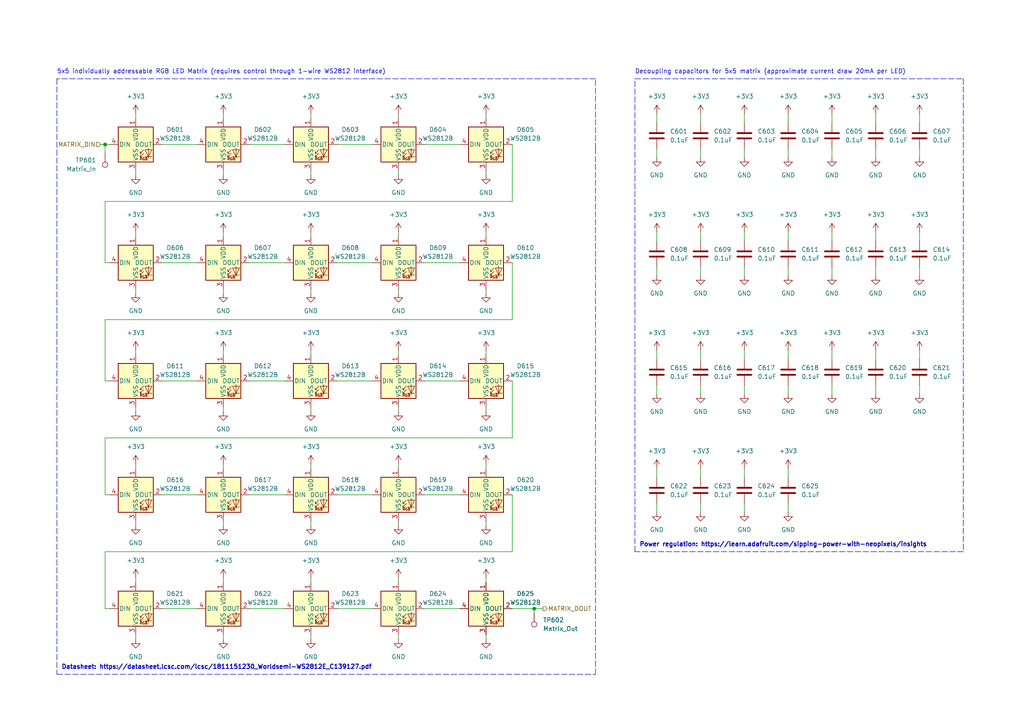
<source format=kicad_sch>
(kicad_sch (version 20211123) (generator eeschema)

  (uuid 58852a0a-60e2-4fa2-a44e-3b04e1efd07d)

  (paper "A4")

  (title_block
    (title "Thesis Proyect Luis Ernesto Fdez")
    (date "2022-03-17")
    (rev "A")
    (company "Universidad Autónoma de Querétaro")
    (comment 1 "external sensors and LEGO mechanical construction elements as educational equipment.")
    (comment 2 "Design implemets a replacement for the LEGO Mindstorms robot controllers for use with")
    (comment 3 "Distributed Open-source as: CC BY-SA 4.0")
  )

  (lib_symbols
    (symbol "Connector:TestPoint" (pin_numbers hide) (pin_names (offset 0.762) hide) (in_bom yes) (on_board yes)
      (property "Reference" "TP" (id 0) (at 0 6.858 0)
        (effects (font (size 1.27 1.27)))
      )
      (property "Value" "TestPoint" (id 1) (at 0 5.08 0)
        (effects (font (size 1.27 1.27)))
      )
      (property "Footprint" "" (id 2) (at 5.08 0 0)
        (effects (font (size 1.27 1.27)) hide)
      )
      (property "Datasheet" "~" (id 3) (at 5.08 0 0)
        (effects (font (size 1.27 1.27)) hide)
      )
      (property "ki_keywords" "test point tp" (id 4) (at 0 0 0)
        (effects (font (size 1.27 1.27)) hide)
      )
      (property "ki_description" "test point" (id 5) (at 0 0 0)
        (effects (font (size 1.27 1.27)) hide)
      )
      (property "ki_fp_filters" "Pin* Test*" (id 6) (at 0 0 0)
        (effects (font (size 1.27 1.27)) hide)
      )
      (symbol "TestPoint_0_1"
        (circle (center 0 3.302) (radius 0.762)
          (stroke (width 0) (type default) (color 0 0 0 0))
          (fill (type none))
        )
      )
      (symbol "TestPoint_1_1"
        (pin passive line (at 0 0 90) (length 2.54)
          (name "1" (effects (font (size 1.27 1.27))))
          (number "1" (effects (font (size 1.27 1.27))))
        )
      )
    )
    (symbol "Device:C" (pin_numbers hide) (pin_names (offset 0.254)) (in_bom yes) (on_board yes)
      (property "Reference" "C" (id 0) (at 0.635 2.54 0)
        (effects (font (size 1.27 1.27)) (justify left))
      )
      (property "Value" "C" (id 1) (at 0.635 -2.54 0)
        (effects (font (size 1.27 1.27)) (justify left))
      )
      (property "Footprint" "" (id 2) (at 0.9652 -3.81 0)
        (effects (font (size 1.27 1.27)) hide)
      )
      (property "Datasheet" "~" (id 3) (at 0 0 0)
        (effects (font (size 1.27 1.27)) hide)
      )
      (property "ki_keywords" "cap capacitor" (id 4) (at 0 0 0)
        (effects (font (size 1.27 1.27)) hide)
      )
      (property "ki_description" "Unpolarized capacitor" (id 5) (at 0 0 0)
        (effects (font (size 1.27 1.27)) hide)
      )
      (property "ki_fp_filters" "C_*" (id 6) (at 0 0 0)
        (effects (font (size 1.27 1.27)) hide)
      )
      (symbol "C_0_1"
        (polyline
          (pts
            (xy -2.032 -0.762)
            (xy 2.032 -0.762)
          )
          (stroke (width 0.508) (type default) (color 0 0 0 0))
          (fill (type none))
        )
        (polyline
          (pts
            (xy -2.032 0.762)
            (xy 2.032 0.762)
          )
          (stroke (width 0.508) (type default) (color 0 0 0 0))
          (fill (type none))
        )
      )
      (symbol "C_1_1"
        (pin passive line (at 0 3.81 270) (length 2.794)
          (name "~" (effects (font (size 1.27 1.27))))
          (number "1" (effects (font (size 1.27 1.27))))
        )
        (pin passive line (at 0 -3.81 90) (length 2.794)
          (name "~" (effects (font (size 1.27 1.27))))
          (number "2" (effects (font (size 1.27 1.27))))
        )
      )
    )
    (symbol "LED:WS2812B" (pin_names (offset 0.254)) (in_bom yes) (on_board yes)
      (property "Reference" "D" (id 0) (at 5.08 5.715 0)
        (effects (font (size 1.27 1.27)) (justify right bottom))
      )
      (property "Value" "WS2812B" (id 1) (at 1.27 -5.715 0)
        (effects (font (size 1.27 1.27)) (justify left top))
      )
      (property "Footprint" "LED_SMD:LED_WS2812B_PLCC4_5.0x5.0mm_P3.2mm" (id 2) (at 1.27 -7.62 0)
        (effects (font (size 1.27 1.27)) (justify left top) hide)
      )
      (property "Datasheet" "https://cdn-shop.adafruit.com/datasheets/WS2812B.pdf" (id 3) (at 2.54 -9.525 0)
        (effects (font (size 1.27 1.27)) (justify left top) hide)
      )
      (property "ki_keywords" "RGB LED NeoPixel addressable" (id 4) (at 0 0 0)
        (effects (font (size 1.27 1.27)) hide)
      )
      (property "ki_description" "RGB LED with integrated controller" (id 5) (at 0 0 0)
        (effects (font (size 1.27 1.27)) hide)
      )
      (property "ki_fp_filters" "LED*WS2812*PLCC*5.0x5.0mm*P3.2mm*" (id 6) (at 0 0 0)
        (effects (font (size 1.27 1.27)) hide)
      )
      (symbol "WS2812B_0_0"
        (text "RGB" (at 2.286 -4.191 0)
          (effects (font (size 0.762 0.762)))
        )
      )
      (symbol "WS2812B_0_1"
        (polyline
          (pts
            (xy 1.27 -3.556)
            (xy 1.778 -3.556)
          )
          (stroke (width 0) (type default) (color 0 0 0 0))
          (fill (type none))
        )
        (polyline
          (pts
            (xy 1.27 -2.54)
            (xy 1.778 -2.54)
          )
          (stroke (width 0) (type default) (color 0 0 0 0))
          (fill (type none))
        )
        (polyline
          (pts
            (xy 4.699 -3.556)
            (xy 2.667 -3.556)
          )
          (stroke (width 0) (type default) (color 0 0 0 0))
          (fill (type none))
        )
        (polyline
          (pts
            (xy 2.286 -2.54)
            (xy 1.27 -3.556)
            (xy 1.27 -3.048)
          )
          (stroke (width 0) (type default) (color 0 0 0 0))
          (fill (type none))
        )
        (polyline
          (pts
            (xy 2.286 -1.524)
            (xy 1.27 -2.54)
            (xy 1.27 -2.032)
          )
          (stroke (width 0) (type default) (color 0 0 0 0))
          (fill (type none))
        )
        (polyline
          (pts
            (xy 3.683 -1.016)
            (xy 3.683 -3.556)
            (xy 3.683 -4.064)
          )
          (stroke (width 0) (type default) (color 0 0 0 0))
          (fill (type none))
        )
        (polyline
          (pts
            (xy 4.699 -1.524)
            (xy 2.667 -1.524)
            (xy 3.683 -3.556)
            (xy 4.699 -1.524)
          )
          (stroke (width 0) (type default) (color 0 0 0 0))
          (fill (type none))
        )
        (rectangle (start 5.08 5.08) (end -5.08 -5.08)
          (stroke (width 0.254) (type default) (color 0 0 0 0))
          (fill (type background))
        )
      )
      (symbol "WS2812B_1_1"
        (pin power_in line (at 0 7.62 270) (length 2.54)
          (name "VDD" (effects (font (size 1.27 1.27))))
          (number "1" (effects (font (size 1.27 1.27))))
        )
        (pin output line (at 7.62 0 180) (length 2.54)
          (name "DOUT" (effects (font (size 1.27 1.27))))
          (number "2" (effects (font (size 1.27 1.27))))
        )
        (pin power_in line (at 0 -7.62 90) (length 2.54)
          (name "VSS" (effects (font (size 1.27 1.27))))
          (number "3" (effects (font (size 1.27 1.27))))
        )
        (pin input line (at -7.62 0 0) (length 2.54)
          (name "DIN" (effects (font (size 1.27 1.27))))
          (number "4" (effects (font (size 1.27 1.27))))
        )
      )
    )
    (symbol "power:+3.3V" (power) (pin_names (offset 0)) (in_bom yes) (on_board yes)
      (property "Reference" "#PWR" (id 0) (at 0 -3.81 0)
        (effects (font (size 1.27 1.27)) hide)
      )
      (property "Value" "+3.3V" (id 1) (at 0 3.556 0)
        (effects (font (size 1.27 1.27)))
      )
      (property "Footprint" "" (id 2) (at 0 0 0)
        (effects (font (size 1.27 1.27)) hide)
      )
      (property "Datasheet" "" (id 3) (at 0 0 0)
        (effects (font (size 1.27 1.27)) hide)
      )
      (property "ki_keywords" "power-flag" (id 4) (at 0 0 0)
        (effects (font (size 1.27 1.27)) hide)
      )
      (property "ki_description" "Power symbol creates a global label with name \"+3.3V\"" (id 5) (at 0 0 0)
        (effects (font (size 1.27 1.27)) hide)
      )
      (symbol "+3.3V_0_1"
        (polyline
          (pts
            (xy -0.762 1.27)
            (xy 0 2.54)
          )
          (stroke (width 0) (type default) (color 0 0 0 0))
          (fill (type none))
        )
        (polyline
          (pts
            (xy 0 0)
            (xy 0 2.54)
          )
          (stroke (width 0) (type default) (color 0 0 0 0))
          (fill (type none))
        )
        (polyline
          (pts
            (xy 0 2.54)
            (xy 0.762 1.27)
          )
          (stroke (width 0) (type default) (color 0 0 0 0))
          (fill (type none))
        )
      )
      (symbol "+3.3V_1_1"
        (pin power_in line (at 0 0 90) (length 0) hide
          (name "+3V3" (effects (font (size 1.27 1.27))))
          (number "1" (effects (font (size 1.27 1.27))))
        )
      )
    )
    (symbol "power:GND" (power) (pin_names (offset 0)) (in_bom yes) (on_board yes)
      (property "Reference" "#PWR" (id 0) (at 0 -6.35 0)
        (effects (font (size 1.27 1.27)) hide)
      )
      (property "Value" "GND" (id 1) (at 0 -3.81 0)
        (effects (font (size 1.27 1.27)))
      )
      (property "Footprint" "" (id 2) (at 0 0 0)
        (effects (font (size 1.27 1.27)) hide)
      )
      (property "Datasheet" "" (id 3) (at 0 0 0)
        (effects (font (size 1.27 1.27)) hide)
      )
      (property "ki_keywords" "power-flag" (id 4) (at 0 0 0)
        (effects (font (size 1.27 1.27)) hide)
      )
      (property "ki_description" "Power symbol creates a global label with name \"GND\" , ground" (id 5) (at 0 0 0)
        (effects (font (size 1.27 1.27)) hide)
      )
      (symbol "GND_0_1"
        (polyline
          (pts
            (xy 0 0)
            (xy 0 -1.27)
            (xy 1.27 -1.27)
            (xy 0 -2.54)
            (xy -1.27 -1.27)
            (xy 0 -1.27)
          )
          (stroke (width 0) (type default) (color 0 0 0 0))
          (fill (type none))
        )
      )
      (symbol "GND_1_1"
        (pin power_in line (at 0 0 270) (length 0) hide
          (name "GND" (effects (font (size 1.27 1.27))))
          (number "1" (effects (font (size 1.27 1.27))))
        )
      )
    )
  )

  (junction (at 154.94 176.53) (diameter 0) (color 0 0 0 0)
    (uuid 341a2787-f64d-4485-9c6d-7aadffe3ea7f)
  )
  (junction (at 30.48 41.91) (diameter 0) (color 0 0 0 0)
    (uuid fbcd8ee6-7e60-46c2-afdb-9afd2d0ed3b6)
  )

  (wire (pts (xy 148.59 127) (xy 30.48 127))
    (stroke (width 0) (type default) (color 0 0 0 0))
    (uuid 00c4d896-c91b-414a-959a-02f84e966e39)
  )
  (wire (pts (xy 46.99 110.49) (xy 57.15 110.49))
    (stroke (width 0) (type default) (color 0 0 0 0))
    (uuid 018b672f-a53b-4f25-8f02-d41354252bc5)
  )
  (wire (pts (xy 123.19 76.2) (xy 133.35 76.2))
    (stroke (width 0) (type default) (color 0 0 0 0))
    (uuid 02b914d6-f201-4074-b30b-79cf23edd480)
  )
  (wire (pts (xy 140.97 184.15) (xy 140.97 185.42))
    (stroke (width 0) (type default) (color 0 0 0 0))
    (uuid 04b17e7d-ef0e-40f8-93c4-86cc4fa8e9ed)
  )
  (wire (pts (xy 64.77 151.13) (xy 64.77 152.4))
    (stroke (width 0) (type default) (color 0 0 0 0))
    (uuid 04f8e130-1020-47e6-bc0f-67d0a153674c)
  )
  (wire (pts (xy 64.77 33.02) (xy 64.77 34.29))
    (stroke (width 0) (type default) (color 0 0 0 0))
    (uuid 05db0806-778f-4410-a629-3d91cb1a96f2)
  )
  (wire (pts (xy 190.5 146.05) (xy 190.5 148.59))
    (stroke (width 0) (type default) (color 0 0 0 0))
    (uuid 07dc8bec-f53f-4884-bf08-239c04f5e9db)
  )
  (wire (pts (xy 123.19 143.51) (xy 133.35 143.51))
    (stroke (width 0) (type default) (color 0 0 0 0))
    (uuid 0ca26894-8ed6-4fae-8eed-7a1d2ac44d2d)
  )
  (wire (pts (xy 72.39 110.49) (xy 82.55 110.49))
    (stroke (width 0) (type default) (color 0 0 0 0))
    (uuid 0d66e5b0-8214-4fce-aa0b-be56bbd84ef9)
  )
  (wire (pts (xy 30.48 176.53) (xy 31.75 176.53))
    (stroke (width 0) (type default) (color 0 0 0 0))
    (uuid 0d8864f9-b968-4a5f-9187-4dfb37b0a94c)
  )
  (wire (pts (xy 215.9 33.02) (xy 215.9 35.56))
    (stroke (width 0) (type default) (color 0 0 0 0))
    (uuid 0e338af6-60fc-4ccf-a0b4-e2936b9d3d18)
  )
  (wire (pts (xy 30.48 160.02) (xy 30.48 176.53))
    (stroke (width 0) (type default) (color 0 0 0 0))
    (uuid 100209bb-684c-44a4-9154-3d476d4d2d17)
  )
  (wire (pts (xy 64.77 118.11) (xy 64.77 119.38))
    (stroke (width 0) (type default) (color 0 0 0 0))
    (uuid 1205103a-7e12-4644-b8e4-84a106a1d92a)
  )
  (wire (pts (xy 90.17 83.82) (xy 90.17 85.09))
    (stroke (width 0) (type default) (color 0 0 0 0))
    (uuid 15b9d5aa-03bb-4562-8087-83cf5a7a3a46)
  )
  (wire (pts (xy 39.37 184.15) (xy 39.37 185.42))
    (stroke (width 0) (type default) (color 0 0 0 0))
    (uuid 1677660d-24d3-414b-95ff-db0477f83f1e)
  )
  (wire (pts (xy 30.48 58.42) (xy 30.48 76.2))
    (stroke (width 0) (type default) (color 0 0 0 0))
    (uuid 181e2c98-9c94-4919-b524-cb9176333d26)
  )
  (wire (pts (xy 90.17 101.6) (xy 90.17 102.87))
    (stroke (width 0) (type default) (color 0 0 0 0))
    (uuid 18da8863-86af-469b-931f-9ad096b06919)
  )
  (wire (pts (xy 123.19 176.53) (xy 133.35 176.53))
    (stroke (width 0) (type default) (color 0 0 0 0))
    (uuid 1ae6431d-7eab-40a1-8241-a97c15f07e7f)
  )
  (wire (pts (xy 97.79 143.51) (xy 107.95 143.51))
    (stroke (width 0) (type default) (color 0 0 0 0))
    (uuid 1ce78dbc-1c29-487c-b1fd-6b76db025d59)
  )
  (wire (pts (xy 123.19 41.91) (xy 133.35 41.91))
    (stroke (width 0) (type default) (color 0 0 0 0))
    (uuid 1d8148fe-5290-4ded-a64b-24157e55c6a6)
  )
  (wire (pts (xy 241.3 111.76) (xy 241.3 114.3))
    (stroke (width 0) (type default) (color 0 0 0 0))
    (uuid 1ee1b3fc-316f-4140-acf0-2fbf27f6454c)
  )
  (wire (pts (xy 72.39 143.51) (xy 82.55 143.51))
    (stroke (width 0) (type default) (color 0 0 0 0))
    (uuid 1fe88510-8e82-4b93-a800-658417bd53b4)
  )
  (wire (pts (xy 228.6 33.02) (xy 228.6 35.56))
    (stroke (width 0) (type default) (color 0 0 0 0))
    (uuid 22cfe9cd-f823-4925-8e8d-f299d3bc14de)
  )
  (wire (pts (xy 115.57 67.31) (xy 115.57 68.58))
    (stroke (width 0) (type default) (color 0 0 0 0))
    (uuid 25aec5cd-e4c6-4461-a8e6-fdcf17bc7a74)
  )
  (wire (pts (xy 266.7 67.31) (xy 266.7 69.85))
    (stroke (width 0) (type default) (color 0 0 0 0))
    (uuid 2672a010-2fe2-4153-b4e7-ac3822f84de4)
  )
  (wire (pts (xy 266.7 33.02) (xy 266.7 35.56))
    (stroke (width 0) (type default) (color 0 0 0 0))
    (uuid 27b71394-4760-46e8-9345-e46cb1ee1057)
  )
  (wire (pts (xy 64.77 101.6) (xy 64.77 102.87))
    (stroke (width 0) (type default) (color 0 0 0 0))
    (uuid 28f6d9a6-8ebe-4a19-a2a9-c810a93dc498)
  )
  (polyline (pts (xy 172.72 43.18) (xy 172.72 22.86))
    (stroke (width 0) (type default) (color 0 0 0 0))
    (uuid 2b73b690-ab87-43b2-b578-9834ffafccd8)
  )

  (wire (pts (xy 154.94 176.53) (xy 157.48 176.53))
    (stroke (width 0) (type default) (color 0 0 0 0))
    (uuid 2ca1ee4b-36db-42bb-be70-d756d17a6ca4)
  )
  (wire (pts (xy 115.57 83.82) (xy 115.57 85.09))
    (stroke (width 0) (type default) (color 0 0 0 0))
    (uuid 2ce9cc08-6cfe-4e9e-a390-9c19cb261afa)
  )
  (wire (pts (xy 148.59 143.51) (xy 148.59 160.02))
    (stroke (width 0) (type default) (color 0 0 0 0))
    (uuid 32352f84-1db6-4721-910d-20c00bc66c9e)
  )
  (wire (pts (xy 90.17 184.15) (xy 90.17 185.42))
    (stroke (width 0) (type default) (color 0 0 0 0))
    (uuid 3269b5b2-b0c1-4346-a1ec-b3c2c3b0cca7)
  )
  (polyline (pts (xy 16.51 195.58) (xy 172.72 195.58))
    (stroke (width 0) (type default) (color 0 0 0 0))
    (uuid 337f587f-df3f-4b55-bb2e-cf0e824d0db7)
  )

  (wire (pts (xy 64.77 83.82) (xy 64.77 85.09))
    (stroke (width 0) (type default) (color 0 0 0 0))
    (uuid 34d262b5-7e2a-4188-9bb8-083a21aa8780)
  )
  (wire (pts (xy 90.17 33.02) (xy 90.17 34.29))
    (stroke (width 0) (type default) (color 0 0 0 0))
    (uuid 34f26c7d-5c76-4819-8729-86eefe62569c)
  )
  (wire (pts (xy 241.3 33.02) (xy 241.3 35.56))
    (stroke (width 0) (type default) (color 0 0 0 0))
    (uuid 363476f7-c0c5-4119-9875-3208e5686c2b)
  )
  (wire (pts (xy 254 67.31) (xy 254 69.85))
    (stroke (width 0) (type default) (color 0 0 0 0))
    (uuid 36645991-535f-4d81-99e7-056f4b680544)
  )
  (wire (pts (xy 46.99 176.53) (xy 57.15 176.53))
    (stroke (width 0) (type default) (color 0 0 0 0))
    (uuid 39008b5b-2820-4509-8cd3-a97e7bc9f315)
  )
  (polyline (pts (xy 190.5 22.86) (xy 279.4 22.86))
    (stroke (width 0) (type default) (color 0 0 0 0))
    (uuid 39177ae6-5386-47e8-92b3-af45be3a01b5)
  )

  (wire (pts (xy 215.9 146.05) (xy 215.9 148.59))
    (stroke (width 0) (type default) (color 0 0 0 0))
    (uuid 3c831a0d-23bf-4961-b1fe-5836a18a6514)
  )
  (wire (pts (xy 228.6 77.47) (xy 228.6 80.01))
    (stroke (width 0) (type default) (color 0 0 0 0))
    (uuid 3d466c48-71a0-4207-a7b0-05125d7822d7)
  )
  (wire (pts (xy 215.9 101.6) (xy 215.9 104.14))
    (stroke (width 0) (type default) (color 0 0 0 0))
    (uuid 3e6204c8-43e1-4c60-9879-9bb3a28a7f82)
  )
  (wire (pts (xy 97.79 176.53) (xy 107.95 176.53))
    (stroke (width 0) (type default) (color 0 0 0 0))
    (uuid 40027ed7-b5b2-4bcc-96ec-e19f4197db9c)
  )
  (wire (pts (xy 190.5 43.18) (xy 190.5 45.72))
    (stroke (width 0) (type default) (color 0 0 0 0))
    (uuid 4081d930-e89e-4b0d-b230-e999868fc3d6)
  )
  (wire (pts (xy 215.9 111.76) (xy 215.9 114.3))
    (stroke (width 0) (type default) (color 0 0 0 0))
    (uuid 44cdb13e-2231-4801-9b8b-cee52e920a24)
  )
  (wire (pts (xy 140.97 118.11) (xy 140.97 119.38))
    (stroke (width 0) (type default) (color 0 0 0 0))
    (uuid 452271d0-f6f3-47b5-a4a5-11920d1785e5)
  )
  (wire (pts (xy 228.6 146.05) (xy 228.6 148.59))
    (stroke (width 0) (type default) (color 0 0 0 0))
    (uuid 49a65b51-0b99-4469-92c8-b190969aa7ad)
  )
  (wire (pts (xy 46.99 76.2) (xy 57.15 76.2))
    (stroke (width 0) (type default) (color 0 0 0 0))
    (uuid 4a12afc7-fbd9-4529-9783-01197930e072)
  )
  (wire (pts (xy 115.57 49.53) (xy 115.57 50.8))
    (stroke (width 0) (type default) (color 0 0 0 0))
    (uuid 4db712bd-c564-4973-8341-1c688b68b658)
  )
  (wire (pts (xy 203.2 67.31) (xy 203.2 69.85))
    (stroke (width 0) (type default) (color 0 0 0 0))
    (uuid 4e021c59-b043-4fc5-a00f-102b538a8521)
  )
  (wire (pts (xy 254 43.18) (xy 254 45.72))
    (stroke (width 0) (type default) (color 0 0 0 0))
    (uuid 4e62144c-c9d2-4706-8dcb-bd1a5f492487)
  )
  (wire (pts (xy 90.17 134.62) (xy 90.17 135.89))
    (stroke (width 0) (type default) (color 0 0 0 0))
    (uuid 4fd26843-9a99-48ec-bf36-f57fef95d56a)
  )
  (wire (pts (xy 140.97 67.31) (xy 140.97 68.58))
    (stroke (width 0) (type default) (color 0 0 0 0))
    (uuid 50b58301-75e6-4a50-9d19-4bee86b327c8)
  )
  (wire (pts (xy 148.59 176.53) (xy 154.94 176.53))
    (stroke (width 0) (type default) (color 0 0 0 0))
    (uuid 534aa777-51ab-4c0c-8282-3d1cd544adf1)
  )
  (polyline (pts (xy 172.72 195.58) (xy 172.72 43.18))
    (stroke (width 0) (type default) (color 0 0 0 0))
    (uuid 549f0782-abbd-48c8-8b30-c8ab5b61080a)
  )

  (wire (pts (xy 90.17 49.53) (xy 90.17 50.8))
    (stroke (width 0) (type default) (color 0 0 0 0))
    (uuid 553926b2-c480-4fb5-9577-ba07e2da43ba)
  )
  (wire (pts (xy 39.37 49.53) (xy 39.37 50.8))
    (stroke (width 0) (type default) (color 0 0 0 0))
    (uuid 59a7c3bb-5c4b-4084-9550-d75bb7f036c3)
  )
  (wire (pts (xy 29.21 41.91) (xy 30.48 41.91))
    (stroke (width 0) (type default) (color 0 0 0 0))
    (uuid 5b32045a-c9d4-4d11-8d86-05f0cf80c3c5)
  )
  (polyline (pts (xy 16.51 22.86) (xy 16.51 195.58))
    (stroke (width 0) (type default) (color 0 0 0 0))
    (uuid 5cd928fd-4baf-496c-bd7c-371ac0ded8d7)
  )

  (wire (pts (xy 190.5 77.47) (xy 190.5 80.01))
    (stroke (width 0) (type default) (color 0 0 0 0))
    (uuid 5d06c31b-c30d-4b9c-8956-15c17fba8ff6)
  )
  (wire (pts (xy 90.17 67.31) (xy 90.17 68.58))
    (stroke (width 0) (type default) (color 0 0 0 0))
    (uuid 5e1f8841-a02f-4a11-a661-5635e9b5ada9)
  )
  (wire (pts (xy 254 101.6) (xy 254 104.14))
    (stroke (width 0) (type default) (color 0 0 0 0))
    (uuid 616aa31a-efd0-4742-8829-7c2c5197841a)
  )
  (wire (pts (xy 97.79 110.49) (xy 107.95 110.49))
    (stroke (width 0) (type default) (color 0 0 0 0))
    (uuid 61b5581c-cca1-4643-950a-c614136b6a49)
  )
  (wire (pts (xy 241.3 43.18) (xy 241.3 45.72))
    (stroke (width 0) (type default) (color 0 0 0 0))
    (uuid 627d8e62-8f9a-46c6-8210-b46ba3f47bcb)
  )
  (wire (pts (xy 39.37 151.13) (xy 39.37 152.4))
    (stroke (width 0) (type default) (color 0 0 0 0))
    (uuid 63b73383-4abb-4839-9392-fc1870ba07e7)
  )
  (wire (pts (xy 148.59 92.71) (xy 30.48 92.71))
    (stroke (width 0) (type default) (color 0 0 0 0))
    (uuid 6585c183-0eab-4312-a321-02dfdfc225cc)
  )
  (wire (pts (xy 64.77 134.62) (xy 64.77 135.89))
    (stroke (width 0) (type default) (color 0 0 0 0))
    (uuid 68d30762-8b16-4466-8664-e9124c4a760a)
  )
  (wire (pts (xy 90.17 151.13) (xy 90.17 152.4))
    (stroke (width 0) (type default) (color 0 0 0 0))
    (uuid 69915dc1-5f20-4be7-af04-6dfd0cd64686)
  )
  (wire (pts (xy 215.9 67.31) (xy 215.9 69.85))
    (stroke (width 0) (type default) (color 0 0 0 0))
    (uuid 6bc3be69-2e22-4f64-bc24-c0883f39c5ab)
  )
  (wire (pts (xy 154.94 176.53) (xy 154.94 177.8))
    (stroke (width 0) (type default) (color 0 0 0 0))
    (uuid 6c1a9307-9839-433e-8dac-488383844644)
  )
  (wire (pts (xy 115.57 118.11) (xy 115.57 119.38))
    (stroke (width 0) (type default) (color 0 0 0 0))
    (uuid 6d17ca23-ffc5-4c34-a481-822e006686b0)
  )
  (wire (pts (xy 215.9 77.47) (xy 215.9 80.01))
    (stroke (width 0) (type default) (color 0 0 0 0))
    (uuid 6e40c9e7-da58-4ae9-98f2-7eb6c56cb2aa)
  )
  (wire (pts (xy 203.2 135.89) (xy 203.2 138.43))
    (stroke (width 0) (type default) (color 0 0 0 0))
    (uuid 6f6b4bc3-e3be-4d0d-bea5-fac835545991)
  )
  (wire (pts (xy 64.77 167.64) (xy 64.77 168.91))
    (stroke (width 0) (type default) (color 0 0 0 0))
    (uuid 6f8717df-ef7a-4c1f-8e03-e92422e86577)
  )
  (wire (pts (xy 148.59 110.49) (xy 148.59 127))
    (stroke (width 0) (type default) (color 0 0 0 0))
    (uuid 708fec2d-8eb8-4fab-b772-157ac65bc5a4)
  )
  (wire (pts (xy 72.39 41.91) (xy 82.55 41.91))
    (stroke (width 0) (type default) (color 0 0 0 0))
    (uuid 70e53cf2-34ab-480c-83ff-d63929175c62)
  )
  (wire (pts (xy 190.5 135.89) (xy 190.5 138.43))
    (stroke (width 0) (type default) (color 0 0 0 0))
    (uuid 71021082-be85-4181-88a9-925ee03d37b1)
  )
  (wire (pts (xy 140.97 101.6) (xy 140.97 102.87))
    (stroke (width 0) (type default) (color 0 0 0 0))
    (uuid 71140269-b86b-4ce0-91d0-0f64fa7d15d5)
  )
  (wire (pts (xy 140.97 151.13) (xy 140.97 152.4))
    (stroke (width 0) (type default) (color 0 0 0 0))
    (uuid 71787aef-0c79-4b68-91fa-3b43ed1fd9b9)
  )
  (wire (pts (xy 115.57 167.64) (xy 115.57 168.91))
    (stroke (width 0) (type default) (color 0 0 0 0))
    (uuid 773f1839-b99d-4fc4-9158-d9b2f4dd8880)
  )
  (wire (pts (xy 148.59 41.91) (xy 148.59 58.42))
    (stroke (width 0) (type default) (color 0 0 0 0))
    (uuid 77bcc774-ffb7-4874-8f1c-2c5921fc790c)
  )
  (wire (pts (xy 228.6 135.89) (xy 228.6 138.43))
    (stroke (width 0) (type default) (color 0 0 0 0))
    (uuid 7893e8b4-9bef-4028-8740-db202e5a711a)
  )
  (wire (pts (xy 190.5 67.31) (xy 190.5 69.85))
    (stroke (width 0) (type default) (color 0 0 0 0))
    (uuid 79ed7814-608b-418f-b37a-89c3b66c614c)
  )
  (wire (pts (xy 140.97 33.02) (xy 140.97 34.29))
    (stroke (width 0) (type default) (color 0 0 0 0))
    (uuid 7bbcc526-96c1-4661-a14f-95c2331fa3e4)
  )
  (wire (pts (xy 46.99 41.91) (xy 57.15 41.91))
    (stroke (width 0) (type default) (color 0 0 0 0))
    (uuid 7c10646c-2cb9-4f9b-bb14-d834c75ee64d)
  )
  (wire (pts (xy 72.39 76.2) (xy 82.55 76.2))
    (stroke (width 0) (type default) (color 0 0 0 0))
    (uuid 83244121-1e56-4c02-a8b7-7f752b90ade7)
  )
  (wire (pts (xy 215.9 43.18) (xy 215.9 45.72))
    (stroke (width 0) (type default) (color 0 0 0 0))
    (uuid 8633a4b8-1e2c-42f9-94ad-e61416b72625)
  )
  (wire (pts (xy 228.6 101.6) (xy 228.6 104.14))
    (stroke (width 0) (type default) (color 0 0 0 0))
    (uuid 863d8ca8-2b3b-4371-83f4-57c3b6d0872f)
  )
  (wire (pts (xy 228.6 111.76) (xy 228.6 114.3))
    (stroke (width 0) (type default) (color 0 0 0 0))
    (uuid 89c481df-50c1-4894-9b64-5be5306e7e8f)
  )
  (wire (pts (xy 228.6 67.31) (xy 228.6 69.85))
    (stroke (width 0) (type default) (color 0 0 0 0))
    (uuid 8c5c8849-7f26-4350-9147-b536e098ac71)
  )
  (wire (pts (xy 30.48 92.71) (xy 30.48 110.49))
    (stroke (width 0) (type default) (color 0 0 0 0))
    (uuid 9638786d-499e-418f-9e08-77e84ba86e2f)
  )
  (polyline (pts (xy 184.15 22.86) (xy 190.5 22.86))
    (stroke (width 0) (type default) (color 0 0 0 0))
    (uuid 9751c81f-7892-4020-879a-1a63639ffa97)
  )

  (wire (pts (xy 190.5 111.76) (xy 190.5 114.3))
    (stroke (width 0) (type default) (color 0 0 0 0))
    (uuid 99845003-905c-4efa-a590-c8c6bd6dd5b5)
  )
  (wire (pts (xy 140.97 134.62) (xy 140.97 135.89))
    (stroke (width 0) (type default) (color 0 0 0 0))
    (uuid 9c777042-4c97-47c6-82b5-5c0cf47fc3ca)
  )
  (wire (pts (xy 148.59 160.02) (xy 30.48 160.02))
    (stroke (width 0) (type default) (color 0 0 0 0))
    (uuid 9d514bde-3107-4e47-916f-98c09ef31cd0)
  )
  (wire (pts (xy 64.77 67.31) (xy 64.77 68.58))
    (stroke (width 0) (type default) (color 0 0 0 0))
    (uuid a2666893-731f-473d-93fe-ec8bcd900882)
  )
  (wire (pts (xy 46.99 143.51) (xy 57.15 143.51))
    (stroke (width 0) (type default) (color 0 0 0 0))
    (uuid a3356899-0d3d-4110-8d0b-4d9afebb93f9)
  )
  (wire (pts (xy 115.57 184.15) (xy 115.57 185.42))
    (stroke (width 0) (type default) (color 0 0 0 0))
    (uuid a4045eda-a5a2-41f7-9b7f-b5d1de08f75d)
  )
  (wire (pts (xy 90.17 118.11) (xy 90.17 119.38))
    (stroke (width 0) (type default) (color 0 0 0 0))
    (uuid a7c62cb7-9a92-4759-94d9-67cdc30c76c9)
  )
  (wire (pts (xy 190.5 101.6) (xy 190.5 104.14))
    (stroke (width 0) (type default) (color 0 0 0 0))
    (uuid a7d660d6-1d2b-4de1-b969-d8adaa01d07c)
  )
  (wire (pts (xy 203.2 101.6) (xy 203.2 104.14))
    (stroke (width 0) (type default) (color 0 0 0 0))
    (uuid a810b81b-6df9-4c51-a992-a7c5df71ffb3)
  )
  (wire (pts (xy 115.57 151.13) (xy 115.57 152.4))
    (stroke (width 0) (type default) (color 0 0 0 0))
    (uuid acd21628-e4be-4af8-bfd8-9100d2269ac0)
  )
  (wire (pts (xy 30.48 143.51) (xy 31.75 143.51))
    (stroke (width 0) (type default) (color 0 0 0 0))
    (uuid b27d599f-dc9c-4df4-b5f6-a778b2fb7546)
  )
  (wire (pts (xy 241.3 77.47) (xy 241.3 80.01))
    (stroke (width 0) (type default) (color 0 0 0 0))
    (uuid b2c89f74-3935-4a03-85a7-9e5ade0fdbe4)
  )
  (wire (pts (xy 241.3 67.31) (xy 241.3 69.85))
    (stroke (width 0) (type default) (color 0 0 0 0))
    (uuid b324d1be-c81c-4636-a5f2-e4de2ab77c52)
  )
  (wire (pts (xy 266.7 111.76) (xy 266.7 114.3))
    (stroke (width 0) (type default) (color 0 0 0 0))
    (uuid b4bacec6-f406-44da-bd8e-427a189e53c5)
  )
  (wire (pts (xy 148.59 58.42) (xy 30.48 58.42))
    (stroke (width 0) (type default) (color 0 0 0 0))
    (uuid b5afd798-c38a-4962-b1f1-d530766e0ef1)
  )
  (wire (pts (xy 72.39 176.53) (xy 82.55 176.53))
    (stroke (width 0) (type default) (color 0 0 0 0))
    (uuid bb003cb0-60bc-4b49-9f8e-ea86c9225c69)
  )
  (wire (pts (xy 39.37 134.62) (xy 39.37 135.89))
    (stroke (width 0) (type default) (color 0 0 0 0))
    (uuid c197998f-c207-4688-bfc4-e6d716858ddc)
  )
  (wire (pts (xy 203.2 43.18) (xy 203.2 45.72))
    (stroke (width 0) (type default) (color 0 0 0 0))
    (uuid c2d3fb2f-0f0b-4fc3-b15e-39151a95396d)
  )
  (wire (pts (xy 203.2 111.76) (xy 203.2 114.3))
    (stroke (width 0) (type default) (color 0 0 0 0))
    (uuid c3527bcd-2266-4ceb-afbd-ccdffea3e91c)
  )
  (wire (pts (xy 254 33.02) (xy 254 35.56))
    (stroke (width 0) (type default) (color 0 0 0 0))
    (uuid c5c2c816-1e82-41e0-b4b9-cbd55a1368fd)
  )
  (wire (pts (xy 203.2 33.02) (xy 203.2 35.56))
    (stroke (width 0) (type default) (color 0 0 0 0))
    (uuid c7eaf7d7-7478-400e-885e-037b9ccf4cb7)
  )
  (wire (pts (xy 148.59 76.2) (xy 148.59 92.71))
    (stroke (width 0) (type default) (color 0 0 0 0))
    (uuid c9d8ad16-fac2-4c3e-b5c9-cfd47d6e3baf)
  )
  (wire (pts (xy 266.7 77.47) (xy 266.7 80.01))
    (stroke (width 0) (type default) (color 0 0 0 0))
    (uuid ca79eddb-a677-4ffe-ac88-881cc811de19)
  )
  (polyline (pts (xy 184.15 160.02) (xy 184.15 22.86))
    (stroke (width 0) (type default) (color 0 0 0 0))
    (uuid cce2457f-1e1b-400c-bfbc-9066b4aa5d50)
  )

  (wire (pts (xy 140.97 49.53) (xy 140.97 50.8))
    (stroke (width 0) (type default) (color 0 0 0 0))
    (uuid cd209fb2-756a-4844-9bce-13619431d7e4)
  )
  (wire (pts (xy 190.5 33.02) (xy 190.5 35.56))
    (stroke (width 0) (type default) (color 0 0 0 0))
    (uuid cdac3b9b-a46c-4150-9343-c910d52be658)
  )
  (wire (pts (xy 115.57 101.6) (xy 115.57 102.87))
    (stroke (width 0) (type default) (color 0 0 0 0))
    (uuid cf32fea3-98d3-4148-891f-2f95227674fb)
  )
  (wire (pts (xy 39.37 33.02) (xy 39.37 34.29))
    (stroke (width 0) (type default) (color 0 0 0 0))
    (uuid d04e73ed-7180-4486-a497-18204e815c9f)
  )
  (wire (pts (xy 39.37 118.11) (xy 39.37 119.38))
    (stroke (width 0) (type default) (color 0 0 0 0))
    (uuid d0890bed-5af1-469f-9315-87245b31d90a)
  )
  (polyline (pts (xy 279.4 22.86) (xy 279.4 160.02))
    (stroke (width 0) (type default) (color 0 0 0 0))
    (uuid d1794a31-ff7a-4ab2-8aaf-813e84d8a158)
  )
  (polyline (pts (xy 279.4 160.02) (xy 184.15 160.02))
    (stroke (width 0) (type default) (color 0 0 0 0))
    (uuid d1f3b9ab-6bd5-48af-8871-67c034617cf4)
  )

  (wire (pts (xy 115.57 134.62) (xy 115.57 135.89))
    (stroke (width 0) (type default) (color 0 0 0 0))
    (uuid d470b9de-8ced-42d1-a006-ba62a775d7bd)
  )
  (wire (pts (xy 39.37 167.64) (xy 39.37 168.91))
    (stroke (width 0) (type default) (color 0 0 0 0))
    (uuid d6a60504-4fcc-48cd-bca6-1ab6daeeb169)
  )
  (polyline (pts (xy 172.72 22.86) (xy 16.51 22.86))
    (stroke (width 0) (type default) (color 0 0 0 0))
    (uuid d853f4ad-19a4-4aec-b79a-6ec95a032b5d)
  )

  (wire (pts (xy 97.79 41.91) (xy 107.95 41.91))
    (stroke (width 0) (type default) (color 0 0 0 0))
    (uuid de572d73-8dad-4561-b13c-fd7871dfd337)
  )
  (wire (pts (xy 123.19 110.49) (xy 133.35 110.49))
    (stroke (width 0) (type default) (color 0 0 0 0))
    (uuid de5ad476-3e26-4707-a117-2797c0b4b07e)
  )
  (wire (pts (xy 241.3 101.6) (xy 241.3 104.14))
    (stroke (width 0) (type default) (color 0 0 0 0))
    (uuid e21c51cc-a0d7-4602-8257-2241fe88b856)
  )
  (wire (pts (xy 39.37 101.6) (xy 39.37 102.87))
    (stroke (width 0) (type default) (color 0 0 0 0))
    (uuid e31a30d8-f4cc-4faf-b54d-4af43c4ddddf)
  )
  (wire (pts (xy 203.2 77.47) (xy 203.2 80.01))
    (stroke (width 0) (type default) (color 0 0 0 0))
    (uuid e3ab1d0c-214c-4398-a33e-797291efacb6)
  )
  (wire (pts (xy 254 111.76) (xy 254 114.3))
    (stroke (width 0) (type default) (color 0 0 0 0))
    (uuid e427aeec-9268-4c26-ae74-b8c8a75b4c9d)
  )
  (wire (pts (xy 64.77 49.53) (xy 64.77 50.8))
    (stroke (width 0) (type default) (color 0 0 0 0))
    (uuid e53d1b05-2c1d-4c31-8b2b-1c012c8dc978)
  )
  (wire (pts (xy 39.37 67.31) (xy 39.37 68.58))
    (stroke (width 0) (type default) (color 0 0 0 0))
    (uuid e64c1408-e96a-418d-8f71-02f992067ac3)
  )
  (wire (pts (xy 30.48 76.2) (xy 31.75 76.2))
    (stroke (width 0) (type default) (color 0 0 0 0))
    (uuid e708fbe1-81b4-4674-ac7e-9fd6a659df00)
  )
  (wire (pts (xy 64.77 184.15) (xy 64.77 185.42))
    (stroke (width 0) (type default) (color 0 0 0 0))
    (uuid e7304666-7759-41bc-ab42-5f301b28857a)
  )
  (wire (pts (xy 215.9 135.89) (xy 215.9 138.43))
    (stroke (width 0) (type default) (color 0 0 0 0))
    (uuid e87e4c82-b1c7-40e4-bea3-95327f781e1f)
  )
  (wire (pts (xy 266.7 43.18) (xy 266.7 45.72))
    (stroke (width 0) (type default) (color 0 0 0 0))
    (uuid eb05ff75-a675-404c-a82e-1cb171c9f293)
  )
  (wire (pts (xy 115.57 33.02) (xy 115.57 34.29))
    (stroke (width 0) (type default) (color 0 0 0 0))
    (uuid ebfccacd-cd0e-42a8-a38d-b2c024c2b991)
  )
  (wire (pts (xy 30.48 41.91) (xy 30.48 44.45))
    (stroke (width 0) (type default) (color 0 0 0 0))
    (uuid ec23c14c-94ad-4bad-b290-c31aebf4d2dd)
  )
  (wire (pts (xy 140.97 83.82) (xy 140.97 85.09))
    (stroke (width 0) (type default) (color 0 0 0 0))
    (uuid ecfa2e3a-71d0-4dd4-b85e-4073032e13a3)
  )
  (wire (pts (xy 228.6 43.18) (xy 228.6 45.72))
    (stroke (width 0) (type default) (color 0 0 0 0))
    (uuid ee1d4fa2-621b-44d3-9324-483daa0dbef1)
  )
  (wire (pts (xy 30.48 127) (xy 30.48 143.51))
    (stroke (width 0) (type default) (color 0 0 0 0))
    (uuid ef34af48-698f-4807-acea-c2ecedac86e4)
  )
  (wire (pts (xy 30.48 110.49) (xy 31.75 110.49))
    (stroke (width 0) (type default) (color 0 0 0 0))
    (uuid efe13eed-7da7-485d-a94e-80a5c730ef32)
  )
  (wire (pts (xy 203.2 146.05) (xy 203.2 148.59))
    (stroke (width 0) (type default) (color 0 0 0 0))
    (uuid efe17b6a-efb5-48dc-8228-af5987d30fb6)
  )
  (wire (pts (xy 266.7 101.6) (xy 266.7 104.14))
    (stroke (width 0) (type default) (color 0 0 0 0))
    (uuid effb6f5f-a55b-4f66-aea8-9d9b437d8cc8)
  )
  (wire (pts (xy 97.79 76.2) (xy 107.95 76.2))
    (stroke (width 0) (type default) (color 0 0 0 0))
    (uuid f55b7060-0c43-4fa2-9478-ca9b9ed99117)
  )
  (wire (pts (xy 90.17 167.64) (xy 90.17 168.91))
    (stroke (width 0) (type default) (color 0 0 0 0))
    (uuid f5b615f0-2d63-4094-a4bf-93636fab6724)
  )
  (wire (pts (xy 140.97 167.64) (xy 140.97 168.91))
    (stroke (width 0) (type default) (color 0 0 0 0))
    (uuid f85a9556-9ee8-4559-9c67-a48220e47187)
  )
  (wire (pts (xy 254 77.47) (xy 254 80.01))
    (stroke (width 0) (type default) (color 0 0 0 0))
    (uuid f95ad593-c7e7-476f-9231-b913c907ad85)
  )
  (wire (pts (xy 30.48 41.91) (xy 31.75 41.91))
    (stroke (width 0) (type default) (color 0 0 0 0))
    (uuid fb497c0c-946a-41a9-80c9-c7b5b8d7ce2b)
  )
  (wire (pts (xy 39.37 83.82) (xy 39.37 85.09))
    (stroke (width 0) (type default) (color 0 0 0 0))
    (uuid fc493179-34a4-4e4e-ae6f-e3f662358273)
  )

  (text "Power regulation: https://learn.adafruit.com/sipping-power-with-neopixels/insights"
    (at 185.42 158.75 0)
    (effects (font (size 1.27 1.27) (thickness 0.254) bold) (justify left bottom))
    (uuid 0fa59378-7e5a-4bff-95a9-5e11e0bd047c)
  )
  (text "5x5 individually addressable RGB LED Matrix (requires control through 1-wire WS2812 interface)"
    (at 16.51 21.59 0)
    (effects (font (size 1.27 1.27)) (justify left bottom))
    (uuid 195acd7c-99da-47ad-a6c7-d98130e63d2f)
  )
  (text "Datasheet: https://datasheet.lcsc.com/lcsc/1811151230_Worldsemi-WS2812E_C139127.pdf"
    (at 17.78 194.31 0)
    (effects (font (size 1.27 1.27) bold) (justify left bottom))
    (uuid 5d4ed46a-a5d5-476c-93bd-d60c2b3e25a8)
  )
  (text "Decoupling capacitors for 5x5 matrix (approximate current draw 20mA per LED)"
    (at 184.15 21.59 0)
    (effects (font (size 1.27 1.27)) (justify left bottom))
    (uuid c7a6c546-61f7-42e7-b762-f5b3912fa3a0)
  )

  (hierarchical_label "MATRIX_DOUT" (shape output) (at 157.48 176.53 0)
    (effects (font (size 1.27 1.27)) (justify left))
    (uuid c83aec84-9134-48d4-85ae-a61cebeecee7)
  )
  (hierarchical_label "MATRIX_DIN" (shape input) (at 29.21 41.91 180)
    (effects (font (size 1.27 1.27)) (justify right))
    (uuid e01758a6-e69a-4433-997a-bbbd90213107)
  )

  (symbol (lib_id "power:+3.3V") (at 254 101.6 0) (unit 1)
    (in_bom yes) (on_board yes) (fields_autoplaced)
    (uuid 019bc640-ca47-4d80-a121-f9b5b240adda)
    (property "Reference" "#PWR0659" (id 0) (at 254 105.41 0)
      (effects (font (size 1.27 1.27)) hide)
    )
    (property "Value" "+3.3V" (id 1) (at 254 96.52 0))
    (property "Footprint" "" (id 2) (at 254 101.6 0)
      (effects (font (size 1.27 1.27)) hide)
    )
    (property "Datasheet" "" (id 3) (at 254 101.6 0)
      (effects (font (size 1.27 1.27)) hide)
    )
    (pin "1" (uuid 684204fd-b99b-4884-a798-fff0c9c63c1d))
  )

  (symbol (lib_id "power:GND") (at 241.3 45.72 0) (unit 1)
    (in_bom yes) (on_board yes) (fields_autoplaced)
    (uuid 02d60a70-baa4-4d21-91b6-16ff62f0c222)
    (property "Reference" "#PWR0617" (id 0) (at 241.3 52.07 0)
      (effects (font (size 1.27 1.27)) hide)
    )
    (property "Value" "GND" (id 1) (at 241.3 50.8 0))
    (property "Footprint" "" (id 2) (at 241.3 45.72 0)
      (effects (font (size 1.27 1.27)) hide)
    )
    (property "Datasheet" "" (id 3) (at 241.3 45.72 0)
      (effects (font (size 1.27 1.27)) hide)
    )
    (pin "1" (uuid f2b2b12e-38e9-4b18-8afa-ca3c772676f2))
  )

  (symbol (lib_id "Device:C") (at 215.9 39.37 0) (unit 1)
    (in_bom yes) (on_board yes) (fields_autoplaced)
    (uuid 03353042-8acb-418d-a9c0-ae5a4e6c2a68)
    (property "Reference" "C603" (id 0) (at 219.71 38.0999 0)
      (effects (font (size 1.27 1.27)) (justify left))
    )
    (property "Value" "0.1uF" (id 1) (at 219.71 40.6399 0)
      (effects (font (size 1.27 1.27)) (justify left))
    )
    (property "Footprint" "Capacitor_SMD:C_0402_1005Metric_Pad0.74x0.62mm_HandSolder" (id 2) (at 216.8652 43.18 0)
      (effects (font (size 1.27 1.27)) hide)
    )
    (property "Datasheet" "~" (id 3) (at 215.9 39.37 0)
      (effects (font (size 1.27 1.27)) hide)
    )
    (pin "1" (uuid 01a0ca0e-0bf9-48af-8680-65babf863c14))
    (pin "2" (uuid faeca747-7e01-4824-8ebf-6a01e4f8dff0))
  )

  (symbol (lib_id "Device:C") (at 228.6 73.66 0) (unit 1)
    (in_bom yes) (on_board yes) (fields_autoplaced)
    (uuid 0395ab8e-29ac-4a35-a020-829d51a6a05c)
    (property "Reference" "C611" (id 0) (at 232.41 72.3899 0)
      (effects (font (size 1.27 1.27)) (justify left))
    )
    (property "Value" "0.1uF" (id 1) (at 232.41 74.9299 0)
      (effects (font (size 1.27 1.27)) (justify left))
    )
    (property "Footprint" "Capacitor_SMD:C_0402_1005Metric_Pad0.74x0.62mm_HandSolder" (id 2) (at 229.5652 77.47 0)
      (effects (font (size 1.27 1.27)) hide)
    )
    (property "Datasheet" "~" (id 3) (at 228.6 73.66 0)
      (effects (font (size 1.27 1.27)) hide)
    )
    (pin "1" (uuid 4ae213a5-c9e1-4d3b-b180-f46a8cb0faaa))
    (pin "2" (uuid 45d2d6e9-1799-404b-b529-813719296fae))
  )

  (symbol (lib_id "power:+3.3V") (at 266.7 33.02 0) (unit 1)
    (in_bom yes) (on_board yes) (fields_autoplaced)
    (uuid 0589fb1d-951c-4787-b4e6-6eb682fd2386)
    (property "Reference" "#PWR0612" (id 0) (at 266.7 36.83 0)
      (effects (font (size 1.27 1.27)) hide)
    )
    (property "Value" "+3.3V" (id 1) (at 266.7 27.94 0))
    (property "Footprint" "" (id 2) (at 266.7 33.02 0)
      (effects (font (size 1.27 1.27)) hide)
    )
    (property "Datasheet" "" (id 3) (at 266.7 33.02 0)
      (effects (font (size 1.27 1.27)) hide)
    )
    (pin "1" (uuid 84c3c7cc-dc80-487d-8062-c57838d9c242))
  )

  (symbol (lib_id "power:GND") (at 39.37 119.38 0) (unit 1)
    (in_bom yes) (on_board yes) (fields_autoplaced)
    (uuid 09e5b724-53aa-4010-9b9c-dcb2629e03a5)
    (property "Reference" "#PWR0668" (id 0) (at 39.37 125.73 0)
      (effects (font (size 1.27 1.27)) hide)
    )
    (property "Value" "GND" (id 1) (at 39.37 124.46 0))
    (property "Footprint" "" (id 2) (at 39.37 119.38 0)
      (effects (font (size 1.27 1.27)) hide)
    )
    (property "Datasheet" "" (id 3) (at 39.37 119.38 0)
      (effects (font (size 1.27 1.27)) hide)
    )
    (pin "1" (uuid 6c6a164a-f8b6-4cc2-8b5e-6fae96b9fe90))
  )

  (symbol (lib_id "power:+3.3V") (at 64.77 33.02 0) (unit 1)
    (in_bom yes) (on_board yes) (fields_autoplaced)
    (uuid 0a3870b8-2cf2-4c7f-a4fc-64a8fe67138c)
    (property "Reference" "#PWR0602" (id 0) (at 64.77 36.83 0)
      (effects (font (size 1.27 1.27)) hide)
    )
    (property "Value" "+3.3V" (id 1) (at 64.77 27.94 0))
    (property "Footprint" "" (id 2) (at 64.77 33.02 0)
      (effects (font (size 1.27 1.27)) hide)
    )
    (property "Datasheet" "" (id 3) (at 64.77 33.02 0)
      (effects (font (size 1.27 1.27)) hide)
    )
    (pin "1" (uuid 4ff863ea-1de6-4a50-a60d-c5afc7989d00))
  )

  (symbol (lib_id "Device:C") (at 190.5 142.24 0) (unit 1)
    (in_bom yes) (on_board yes) (fields_autoplaced)
    (uuid 0a581e48-7a81-4868-abd9-e007e06cf760)
    (property "Reference" "C622" (id 0) (at 194.31 140.9699 0)
      (effects (font (size 1.27 1.27)) (justify left))
    )
    (property "Value" "0.1uF" (id 1) (at 194.31 143.5099 0)
      (effects (font (size 1.27 1.27)) (justify left))
    )
    (property "Footprint" "Capacitor_SMD:C_0402_1005Metric_Pad0.74x0.62mm_HandSolder" (id 2) (at 191.4652 146.05 0)
      (effects (font (size 1.27 1.27)) hide)
    )
    (property "Datasheet" "~" (id 3) (at 190.5 142.24 0)
      (effects (font (size 1.27 1.27)) hide)
    )
    (pin "1" (uuid 51c17fe6-cd8b-40af-b619-bb7b38fa455e))
    (pin "2" (uuid 6945ed6c-7e50-484e-8b2d-c9e49262ae95))
  )

  (symbol (lib_id "power:+3.3V") (at 90.17 101.6 0) (unit 1)
    (in_bom yes) (on_board yes) (fields_autoplaced)
    (uuid 0c3d4650-16b3-4b2f-acbb-75f0ca76aee0)
    (property "Reference" "#PWR0651" (id 0) (at 90.17 105.41 0)
      (effects (font (size 1.27 1.27)) hide)
    )
    (property "Value" "+3.3V" (id 1) (at 90.17 96.52 0))
    (property "Footprint" "" (id 2) (at 90.17 101.6 0)
      (effects (font (size 1.27 1.27)) hide)
    )
    (property "Datasheet" "" (id 3) (at 90.17 101.6 0)
      (effects (font (size 1.27 1.27)) hide)
    )
    (pin "1" (uuid 5e7e501f-0e88-4225-b254-a9b489a5b69f))
  )

  (symbol (lib_id "power:GND") (at 203.2 114.3 0) (unit 1)
    (in_bom yes) (on_board yes) (fields_autoplaced)
    (uuid 0dc78af3-fd4f-4086-8459-b4151413c47f)
    (property "Reference" "#PWR0662" (id 0) (at 203.2 120.65 0)
      (effects (font (size 1.27 1.27)) hide)
    )
    (property "Value" "GND" (id 1) (at 203.2 119.38 0))
    (property "Footprint" "" (id 2) (at 203.2 114.3 0)
      (effects (font (size 1.27 1.27)) hide)
    )
    (property "Datasheet" "" (id 3) (at 203.2 114.3 0)
      (effects (font (size 1.27 1.27)) hide)
    )
    (pin "1" (uuid 7869c7b4-0f51-474e-9e0a-76b57586a297))
  )

  (symbol (lib_id "LED:WS2812B") (at 39.37 41.91 0) (unit 1)
    (in_bom yes) (on_board yes) (fields_autoplaced)
    (uuid 0f9a318e-0c7e-4fff-92c5-d47f5e3b8562)
    (property "Reference" "D601" (id 0) (at 50.8 37.5793 0))
    (property "Value" "WS2812B" (id 1) (at 50.8 40.1193 0))
    (property "Footprint" "LED_SMD:LED_WS2812B_PLCC4_5.0x5.0mm_P3.2mm" (id 2) (at 40.64 49.53 0)
      (effects (font (size 1.27 1.27)) (justify left top) hide)
    )
    (property "Datasheet" "https://cdn-shop.adafruit.com/datasheets/WS2812B.pdf" (id 3) (at 41.91 51.435 0)
      (effects (font (size 1.27 1.27)) (justify left top) hide)
    )
    (pin "1" (uuid b1857ca3-bf37-4236-90df-459c4b6eae70))
    (pin "2" (uuid 78474330-a1bb-4311-b82c-72850ba9bd69))
    (pin "3" (uuid 047b6025-ad30-4559-ac65-e54c830329ec))
    (pin "4" (uuid 7b4518dd-3c2e-4f75-91cf-2a92ecd7671c))
  )

  (symbol (lib_id "Device:C") (at 203.2 73.66 0) (unit 1)
    (in_bom yes) (on_board yes) (fields_autoplaced)
    (uuid 100ed4f8-2cfe-4400-a937-c04fab15ae80)
    (property "Reference" "C609" (id 0) (at 207.01 72.3899 0)
      (effects (font (size 1.27 1.27)) (justify left))
    )
    (property "Value" "0.1uF" (id 1) (at 207.01 74.9299 0)
      (effects (font (size 1.27 1.27)) (justify left))
    )
    (property "Footprint" "Capacitor_SMD:C_0402_1005Metric_Pad0.74x0.62mm_HandSolder" (id 2) (at 204.1652 77.47 0)
      (effects (font (size 1.27 1.27)) hide)
    )
    (property "Datasheet" "~" (id 3) (at 203.2 73.66 0)
      (effects (font (size 1.27 1.27)) hide)
    )
    (pin "1" (uuid ae0e8c78-c6bc-4913-8eea-5c9669e24581))
    (pin "2" (uuid a0121030-15fe-4073-9a38-34fef7ec1724))
  )

  (symbol (lib_id "Device:C") (at 254 39.37 0) (unit 1)
    (in_bom yes) (on_board yes) (fields_autoplaced)
    (uuid 1177e5fc-d5ad-482e-84d4-4a6d75a4290d)
    (property "Reference" "C606" (id 0) (at 257.81 38.0999 0)
      (effects (font (size 1.27 1.27)) (justify left))
    )
    (property "Value" "0.1uF" (id 1) (at 257.81 40.6399 0)
      (effects (font (size 1.27 1.27)) (justify left))
    )
    (property "Footprint" "Capacitor_SMD:C_0402_1005Metric_Pad0.74x0.62mm_HandSolder" (id 2) (at 254.9652 43.18 0)
      (effects (font (size 1.27 1.27)) hide)
    )
    (property "Datasheet" "~" (id 3) (at 254 39.37 0)
      (effects (font (size 1.27 1.27)) hide)
    )
    (pin "1" (uuid 37fbb05f-2360-48c6-a4b7-fb95c7a8bde1))
    (pin "2" (uuid cc9fc287-17a0-48dd-9333-e67018f30a7a))
  )

  (symbol (lib_id "Device:C") (at 254 73.66 0) (unit 1)
    (in_bom yes) (on_board yes) (fields_autoplaced)
    (uuid 14eb686c-864e-43e5-8f7b-7f27d81e20d3)
    (property "Reference" "C613" (id 0) (at 257.81 72.3899 0)
      (effects (font (size 1.27 1.27)) (justify left))
    )
    (property "Value" "0.1uF" (id 1) (at 257.81 74.9299 0)
      (effects (font (size 1.27 1.27)) (justify left))
    )
    (property "Footprint" "Capacitor_SMD:C_0402_1005Metric_Pad0.74x0.62mm_HandSolder" (id 2) (at 254.9652 77.47 0)
      (effects (font (size 1.27 1.27)) hide)
    )
    (property "Datasheet" "~" (id 3) (at 254 73.66 0)
      (effects (font (size 1.27 1.27)) hide)
    )
    (pin "1" (uuid 0d1517af-71e3-4c3e-abc0-a449ca8a12b0))
    (pin "2" (uuid 9399ca2f-cc56-4dec-a636-68be963e35ee))
  )

  (symbol (lib_id "power:GND") (at 228.6 45.72 0) (unit 1)
    (in_bom yes) (on_board yes) (fields_autoplaced)
    (uuid 177f73b1-e975-46d6-9c35-95725095bc6f)
    (property "Reference" "#PWR0616" (id 0) (at 228.6 52.07 0)
      (effects (font (size 1.27 1.27)) hide)
    )
    (property "Value" "GND" (id 1) (at 228.6 50.8 0))
    (property "Footprint" "" (id 2) (at 228.6 45.72 0)
      (effects (font (size 1.27 1.27)) hide)
    )
    (property "Datasheet" "" (id 3) (at 228.6 45.72 0)
      (effects (font (size 1.27 1.27)) hide)
    )
    (pin "1" (uuid 079c9166-14fb-4eb6-805d-fb5fdca6550f))
  )

  (symbol (lib_id "power:GND") (at 254 114.3 0) (unit 1)
    (in_bom yes) (on_board yes) (fields_autoplaced)
    (uuid 1e06360b-64ae-49c7-a245-7494cc164ed7)
    (property "Reference" "#PWR0666" (id 0) (at 254 120.65 0)
      (effects (font (size 1.27 1.27)) hide)
    )
    (property "Value" "GND" (id 1) (at 254 119.38 0))
    (property "Footprint" "" (id 2) (at 254 114.3 0)
      (effects (font (size 1.27 1.27)) hide)
    )
    (property "Datasheet" "" (id 3) (at 254 114.3 0)
      (effects (font (size 1.27 1.27)) hide)
    )
    (pin "1" (uuid afc32384-a8b2-4057-93df-0fc5dab58281))
  )

  (symbol (lib_id "power:GND") (at 39.37 50.8 0) (unit 1)
    (in_bom yes) (on_board yes) (fields_autoplaced)
    (uuid 1e85b197-9f4e-41dd-a9b6-58606a7d5886)
    (property "Reference" "#PWR0620" (id 0) (at 39.37 57.15 0)
      (effects (font (size 1.27 1.27)) hide)
    )
    (property "Value" "GND" (id 1) (at 39.37 55.88 0))
    (property "Footprint" "" (id 2) (at 39.37 50.8 0)
      (effects (font (size 1.27 1.27)) hide)
    )
    (property "Datasheet" "" (id 3) (at 39.37 50.8 0)
      (effects (font (size 1.27 1.27)) hide)
    )
    (pin "1" (uuid 2b3370d5-aa57-49ec-ac4c-79857f744351))
  )

  (symbol (lib_id "Device:C") (at 241.3 39.37 0) (unit 1)
    (in_bom yes) (on_board yes) (fields_autoplaced)
    (uuid 202dfdfa-2c09-447d-89c3-7e251aa23ae7)
    (property "Reference" "C605" (id 0) (at 245.11 38.0999 0)
      (effects (font (size 1.27 1.27)) (justify left))
    )
    (property "Value" "0.1uF" (id 1) (at 245.11 40.6399 0)
      (effects (font (size 1.27 1.27)) (justify left))
    )
    (property "Footprint" "Capacitor_SMD:C_0402_1005Metric_Pad0.74x0.62mm_HandSolder" (id 2) (at 242.2652 43.18 0)
      (effects (font (size 1.27 1.27)) hide)
    )
    (property "Datasheet" "~" (id 3) (at 241.3 39.37 0)
      (effects (font (size 1.27 1.27)) hide)
    )
    (pin "1" (uuid 7cd72124-a6bc-4a70-98f9-7a450513f444))
    (pin "2" (uuid 26048351-55b9-4698-ba5e-ccc8617a8c91))
  )

  (symbol (lib_id "power:GND") (at 39.37 185.42 0) (unit 1)
    (in_bom yes) (on_board yes) (fields_autoplaced)
    (uuid 2073df29-536b-475e-8a7f-5243f12d0c02)
    (property "Reference" "#PWR0696" (id 0) (at 39.37 191.77 0)
      (effects (font (size 1.27 1.27)) hide)
    )
    (property "Value" "GND" (id 1) (at 39.37 190.5 0))
    (property "Footprint" "" (id 2) (at 39.37 185.42 0)
      (effects (font (size 1.27 1.27)) hide)
    )
    (property "Datasheet" "" (id 3) (at 39.37 185.42 0)
      (effects (font (size 1.27 1.27)) hide)
    )
    (pin "1" (uuid 4bb7e758-8b99-43ef-a926-141bd75507f2))
  )

  (symbol (lib_id "LED:WS2812B") (at 90.17 76.2 0) (unit 1)
    (in_bom yes) (on_board yes) (fields_autoplaced)
    (uuid 21b60ce2-ea64-433d-9d5b-941b147ef3d9)
    (property "Reference" "D608" (id 0) (at 101.6 71.8693 0))
    (property "Value" "WS2812B" (id 1) (at 101.6 74.4093 0))
    (property "Footprint" "LED_SMD:LED_WS2812B_PLCC4_5.0x5.0mm_P3.2mm" (id 2) (at 91.44 83.82 0)
      (effects (font (size 1.27 1.27)) (justify left top) hide)
    )
    (property "Datasheet" "https://cdn-shop.adafruit.com/datasheets/WS2812B.pdf" (id 3) (at 92.71 85.725 0)
      (effects (font (size 1.27 1.27)) (justify left top) hide)
    )
    (pin "1" (uuid 2d1e1685-b6a8-4943-be00-bb4f4b08a352))
    (pin "2" (uuid 7b9acab2-e279-4625-aa8e-f1a5538bb2c6))
    (pin "3" (uuid 83fe844b-10f0-4d97-9af6-9a6c7a91107b))
    (pin "4" (uuid 7ad8e758-83d9-44d0-b793-f10c33b66ac1))
  )

  (symbol (lib_id "LED:WS2812B") (at 90.17 176.53 0) (unit 1)
    (in_bom yes) (on_board yes) (fields_autoplaced)
    (uuid 22ebbc4f-bc19-460f-ba3d-04df07a4c9dc)
    (property "Reference" "D623" (id 0) (at 101.6 172.1993 0))
    (property "Value" "WS2812B" (id 1) (at 101.6 174.7393 0))
    (property "Footprint" "LED_SMD:LED_WS2812B_PLCC4_5.0x5.0mm_P3.2mm" (id 2) (at 91.44 184.15 0)
      (effects (font (size 1.27 1.27)) (justify left top) hide)
    )
    (property "Datasheet" "https://cdn-shop.adafruit.com/datasheets/WS2812B.pdf" (id 3) (at 92.71 186.055 0)
      (effects (font (size 1.27 1.27)) (justify left top) hide)
    )
    (pin "1" (uuid d712cb50-ea6f-4526-b743-b867fd3aba4a))
    (pin "2" (uuid 7d2ae6fb-b19f-4f52-9a9d-d3bdad02c660))
    (pin "3" (uuid 8be40f3e-b516-42f9-8000-c7b1037785eb))
    (pin "4" (uuid 905ca603-5857-4794-9011-952cd27a69c0))
  )

  (symbol (lib_id "power:GND") (at 90.17 185.42 0) (unit 1)
    (in_bom yes) (on_board yes) (fields_autoplaced)
    (uuid 26b4174a-c4d6-456e-9240-3c0d0ddb1436)
    (property "Reference" "#PWR0698" (id 0) (at 90.17 191.77 0)
      (effects (font (size 1.27 1.27)) hide)
    )
    (property "Value" "GND" (id 1) (at 90.17 190.5 0))
    (property "Footprint" "" (id 2) (at 90.17 185.42 0)
      (effects (font (size 1.27 1.27)) hide)
    )
    (property "Datasheet" "" (id 3) (at 90.17 185.42 0)
      (effects (font (size 1.27 1.27)) hide)
    )
    (pin "1" (uuid bdd128ce-3954-4e03-8af9-90ecdbd881ca))
  )

  (symbol (lib_id "power:+3.3V") (at 203.2 101.6 0) (unit 1)
    (in_bom yes) (on_board yes) (fields_autoplaced)
    (uuid 274e4ecd-f81d-40ef-b7e9-804d352b4dff)
    (property "Reference" "#PWR0655" (id 0) (at 203.2 105.41 0)
      (effects (font (size 1.27 1.27)) hide)
    )
    (property "Value" "+3.3V" (id 1) (at 203.2 96.52 0))
    (property "Footprint" "" (id 2) (at 203.2 101.6 0)
      (effects (font (size 1.27 1.27)) hide)
    )
    (property "Datasheet" "" (id 3) (at 203.2 101.6 0)
      (effects (font (size 1.27 1.27)) hide)
    )
    (pin "1" (uuid 94389d47-c20d-478c-b253-47ada9412e68))
  )

  (symbol (lib_id "power:+3.3V") (at 140.97 167.64 0) (unit 1)
    (in_bom yes) (on_board yes) (fields_autoplaced)
    (uuid 276153ee-5ebf-4c0a-8e44-5d652c6a1843)
    (property "Reference" "#PWR0695" (id 0) (at 140.97 171.45 0)
      (effects (font (size 1.27 1.27)) hide)
    )
    (property "Value" "+3.3V" (id 1) (at 140.97 162.56 0))
    (property "Footprint" "" (id 2) (at 140.97 167.64 0)
      (effects (font (size 1.27 1.27)) hide)
    )
    (property "Datasheet" "" (id 3) (at 140.97 167.64 0)
      (effects (font (size 1.27 1.27)) hide)
    )
    (pin "1" (uuid dc7d9c05-deb6-4a92-91cd-748d8230beef))
  )

  (symbol (lib_id "power:+3.3V") (at 115.57 33.02 0) (unit 1)
    (in_bom yes) (on_board yes) (fields_autoplaced)
    (uuid 294c5293-2057-40f7-96ac-331d270701ea)
    (property "Reference" "#PWR0604" (id 0) (at 115.57 36.83 0)
      (effects (font (size 1.27 1.27)) hide)
    )
    (property "Value" "+3.3V" (id 1) (at 115.57 27.94 0))
    (property "Footprint" "" (id 2) (at 115.57 33.02 0)
      (effects (font (size 1.27 1.27)) hide)
    )
    (property "Datasheet" "" (id 3) (at 115.57 33.02 0)
      (effects (font (size 1.27 1.27)) hide)
    )
    (pin "1" (uuid eed2b0ed-19ad-4bd5-8d1d-3e2964c000a7))
  )

  (symbol (lib_id "power:GND") (at 140.97 85.09 0) (unit 1)
    (in_bom yes) (on_board yes) (fields_autoplaced)
    (uuid 2ab9f812-3840-499f-bdcb-a1ab4ba7a363)
    (property "Reference" "#PWR0648" (id 0) (at 140.97 91.44 0)
      (effects (font (size 1.27 1.27)) hide)
    )
    (property "Value" "GND" (id 1) (at 140.97 90.17 0))
    (property "Footprint" "" (id 2) (at 140.97 85.09 0)
      (effects (font (size 1.27 1.27)) hide)
    )
    (property "Datasheet" "" (id 3) (at 140.97 85.09 0)
      (effects (font (size 1.27 1.27)) hide)
    )
    (pin "1" (uuid 13fdf964-daf3-40ed-acfd-6c3104cca892))
  )

  (symbol (lib_id "power:GND") (at 115.57 119.38 0) (unit 1)
    (in_bom yes) (on_board yes) (fields_autoplaced)
    (uuid 2db8d9ea-7271-4c60-a410-96b122519d1b)
    (property "Reference" "#PWR0671" (id 0) (at 115.57 125.73 0)
      (effects (font (size 1.27 1.27)) hide)
    )
    (property "Value" "GND" (id 1) (at 115.57 124.46 0))
    (property "Footprint" "" (id 2) (at 115.57 119.38 0)
      (effects (font (size 1.27 1.27)) hide)
    )
    (property "Datasheet" "" (id 3) (at 115.57 119.38 0)
      (effects (font (size 1.27 1.27)) hide)
    )
    (pin "1" (uuid c96d7d75-5a6a-40db-965c-c243097aad86))
  )

  (symbol (lib_id "power:+3.3V") (at 254 33.02 0) (unit 1)
    (in_bom yes) (on_board yes) (fields_autoplaced)
    (uuid 2de9caa2-c159-4d63-a915-cbef4bc8d32b)
    (property "Reference" "#PWR0611" (id 0) (at 254 36.83 0)
      (effects (font (size 1.27 1.27)) hide)
    )
    (property "Value" "+3.3V" (id 1) (at 254 27.94 0))
    (property "Footprint" "" (id 2) (at 254 33.02 0)
      (effects (font (size 1.27 1.27)) hide)
    )
    (property "Datasheet" "" (id 3) (at 254 33.02 0)
      (effects (font (size 1.27 1.27)) hide)
    )
    (pin "1" (uuid 031d49d7-4c19-4df1-9563-f560b2bbdf29))
  )

  (symbol (lib_id "power:+3.3V") (at 140.97 33.02 0) (unit 1)
    (in_bom yes) (on_board yes) (fields_autoplaced)
    (uuid 2f529f1b-95df-41f4-9d22-d68c1e3c9f6d)
    (property "Reference" "#PWR0605" (id 0) (at 140.97 36.83 0)
      (effects (font (size 1.27 1.27)) hide)
    )
    (property "Value" "+3.3V" (id 1) (at 140.97 27.94 0))
    (property "Footprint" "" (id 2) (at 140.97 33.02 0)
      (effects (font (size 1.27 1.27)) hide)
    )
    (property "Datasheet" "" (id 3) (at 140.97 33.02 0)
      (effects (font (size 1.27 1.27)) hide)
    )
    (pin "1" (uuid f47cc605-28a4-40da-8c4f-5af7082b264f))
  )

  (symbol (lib_id "power:GND") (at 241.3 80.01 0) (unit 1)
    (in_bom yes) (on_board yes) (fields_autoplaced)
    (uuid 2f56126c-fc97-4124-aa30-faa79e83b1e9)
    (property "Reference" "#PWR0641" (id 0) (at 241.3 86.36 0)
      (effects (font (size 1.27 1.27)) hide)
    )
    (property "Value" "GND" (id 1) (at 241.3 85.09 0))
    (property "Footprint" "" (id 2) (at 241.3 80.01 0)
      (effects (font (size 1.27 1.27)) hide)
    )
    (property "Datasheet" "" (id 3) (at 241.3 80.01 0)
      (effects (font (size 1.27 1.27)) hide)
    )
    (pin "1" (uuid 5db84b35-354f-4b72-bc23-aaad747eb158))
  )

  (symbol (lib_id "power:+3.3V") (at 266.7 101.6 0) (unit 1)
    (in_bom yes) (on_board yes) (fields_autoplaced)
    (uuid 2f7fbb95-ae4c-4283-bfa0-fd9f3afc7083)
    (property "Reference" "#PWR0660" (id 0) (at 266.7 105.41 0)
      (effects (font (size 1.27 1.27)) hide)
    )
    (property "Value" "+3.3V" (id 1) (at 266.7 96.52 0))
    (property "Footprint" "" (id 2) (at 266.7 101.6 0)
      (effects (font (size 1.27 1.27)) hide)
    )
    (property "Datasheet" "" (id 3) (at 266.7 101.6 0)
      (effects (font (size 1.27 1.27)) hide)
    )
    (pin "1" (uuid e5ff609b-fe37-4807-b6c0-2e6abc2bd837))
  )

  (symbol (lib_id "power:GND") (at 115.57 85.09 0) (unit 1)
    (in_bom yes) (on_board yes) (fields_autoplaced)
    (uuid 302f1261-f2cb-4290-a86a-93f732448538)
    (property "Reference" "#PWR0647" (id 0) (at 115.57 91.44 0)
      (effects (font (size 1.27 1.27)) hide)
    )
    (property "Value" "GND" (id 1) (at 115.57 90.17 0))
    (property "Footprint" "" (id 2) (at 115.57 85.09 0)
      (effects (font (size 1.27 1.27)) hide)
    )
    (property "Datasheet" "" (id 3) (at 115.57 85.09 0)
      (effects (font (size 1.27 1.27)) hide)
    )
    (pin "1" (uuid 202a1de2-865d-43e0-9666-603791b4eabd))
  )

  (symbol (lib_id "Device:C") (at 241.3 73.66 0) (unit 1)
    (in_bom yes) (on_board yes) (fields_autoplaced)
    (uuid 33fe1ac1-7c0a-4f14-8f79-0d5f6c1bdc6f)
    (property "Reference" "C612" (id 0) (at 245.11 72.3899 0)
      (effects (font (size 1.27 1.27)) (justify left))
    )
    (property "Value" "0.1uF" (id 1) (at 245.11 74.9299 0)
      (effects (font (size 1.27 1.27)) (justify left))
    )
    (property "Footprint" "Capacitor_SMD:C_0402_1005Metric_Pad0.74x0.62mm_HandSolder" (id 2) (at 242.2652 77.47 0)
      (effects (font (size 1.27 1.27)) hide)
    )
    (property "Datasheet" "~" (id 3) (at 241.3 73.66 0)
      (effects (font (size 1.27 1.27)) hide)
    )
    (pin "1" (uuid 940c82fd-e754-4ac7-9de8-f3f6bf3d9bdb))
    (pin "2" (uuid af4ad85b-7637-462e-80d3-59fef8334c77))
  )

  (symbol (lib_id "Device:C") (at 190.5 73.66 0) (unit 1)
    (in_bom yes) (on_board yes) (fields_autoplaced)
    (uuid 35454431-6baa-4f4e-980c-9f3c9099b915)
    (property "Reference" "C608" (id 0) (at 194.31 72.3899 0)
      (effects (font (size 1.27 1.27)) (justify left))
    )
    (property "Value" "0.1uF" (id 1) (at 194.31 74.9299 0)
      (effects (font (size 1.27 1.27)) (justify left))
    )
    (property "Footprint" "Capacitor_SMD:C_0402_1005Metric_Pad0.74x0.62mm_HandSolder" (id 2) (at 191.4652 77.47 0)
      (effects (font (size 1.27 1.27)) hide)
    )
    (property "Datasheet" "~" (id 3) (at 190.5 73.66 0)
      (effects (font (size 1.27 1.27)) hide)
    )
    (pin "1" (uuid ad4ccdbb-3c2a-41a9-aa3a-fc6a8aebced1))
    (pin "2" (uuid ac841edf-e416-4cbc-b1ac-9cb342ff386c))
  )

  (symbol (lib_id "power:GND") (at 228.6 114.3 0) (unit 1)
    (in_bom yes) (on_board yes) (fields_autoplaced)
    (uuid 35b2a3ca-dc5d-4dc4-a5f8-023d7f224eee)
    (property "Reference" "#PWR0664" (id 0) (at 228.6 120.65 0)
      (effects (font (size 1.27 1.27)) hide)
    )
    (property "Value" "GND" (id 1) (at 228.6 119.38 0))
    (property "Footprint" "" (id 2) (at 228.6 114.3 0)
      (effects (font (size 1.27 1.27)) hide)
    )
    (property "Datasheet" "" (id 3) (at 228.6 114.3 0)
      (effects (font (size 1.27 1.27)) hide)
    )
    (pin "1" (uuid 94b1b290-230c-447e-92ea-1058f52c11f1))
  )

  (symbol (lib_id "power:+3.3V") (at 64.77 167.64 0) (unit 1)
    (in_bom yes) (on_board yes) (fields_autoplaced)
    (uuid 368c62bf-a112-4499-a98d-acb02a829735)
    (property "Reference" "#PWR0692" (id 0) (at 64.77 171.45 0)
      (effects (font (size 1.27 1.27)) hide)
    )
    (property "Value" "+3.3V" (id 1) (at 64.77 162.56 0))
    (property "Footprint" "" (id 2) (at 64.77 167.64 0)
      (effects (font (size 1.27 1.27)) hide)
    )
    (property "Datasheet" "" (id 3) (at 64.77 167.64 0)
      (effects (font (size 1.27 1.27)) hide)
    )
    (pin "1" (uuid 6a7c962c-1ac4-422e-ac89-052cfb6199d7))
  )

  (symbol (lib_id "power:+3.3V") (at 203.2 67.31 0) (unit 1)
    (in_bom yes) (on_board yes) (fields_autoplaced)
    (uuid 379b3959-8aa4-4ff5-be22-8a221580c1a4)
    (property "Reference" "#PWR0631" (id 0) (at 203.2 71.12 0)
      (effects (font (size 1.27 1.27)) hide)
    )
    (property "Value" "+3.3V" (id 1) (at 203.2 62.23 0))
    (property "Footprint" "" (id 2) (at 203.2 67.31 0)
      (effects (font (size 1.27 1.27)) hide)
    )
    (property "Datasheet" "" (id 3) (at 203.2 67.31 0)
      (effects (font (size 1.27 1.27)) hide)
    )
    (pin "1" (uuid 95f54159-7e26-480b-a3ce-f0d60360443c))
  )

  (symbol (lib_id "power:+3.3V") (at 115.57 134.62 0) (unit 1)
    (in_bom yes) (on_board yes) (fields_autoplaced)
    (uuid 38d97580-d07b-47a6-b3eb-dbae057e6918)
    (property "Reference" "#PWR0676" (id 0) (at 115.57 138.43 0)
      (effects (font (size 1.27 1.27)) hide)
    )
    (property "Value" "+3.3V" (id 1) (at 115.57 129.54 0))
    (property "Footprint" "" (id 2) (at 115.57 134.62 0)
      (effects (font (size 1.27 1.27)) hide)
    )
    (property "Datasheet" "" (id 3) (at 115.57 134.62 0)
      (effects (font (size 1.27 1.27)) hide)
    )
    (pin "1" (uuid 68b08971-4f80-47be-bd14-6656e9963947))
  )

  (symbol (lib_id "LED:WS2812B") (at 64.77 41.91 0) (unit 1)
    (in_bom yes) (on_board yes) (fields_autoplaced)
    (uuid 3bde076e-6e01-4618-a6bb-fb38c1ae55d9)
    (property "Reference" "D602" (id 0) (at 76.2 37.5793 0))
    (property "Value" "WS2812B" (id 1) (at 76.2 40.1193 0))
    (property "Footprint" "LED_SMD:LED_WS2812B_PLCC4_5.0x5.0mm_P3.2mm" (id 2) (at 66.04 49.53 0)
      (effects (font (size 1.27 1.27)) (justify left top) hide)
    )
    (property "Datasheet" "https://cdn-shop.adafruit.com/datasheets/WS2812B.pdf" (id 3) (at 67.31 51.435 0)
      (effects (font (size 1.27 1.27)) (justify left top) hide)
    )
    (pin "1" (uuid 4a042eb9-77db-4d1a-a3c8-990b033f3734))
    (pin "2" (uuid cf3257d6-67f5-4452-9f75-d15a3d6baf92))
    (pin "3" (uuid 2d01e836-d24d-4f28-a2fc-60d18d619387))
    (pin "4" (uuid f3e7ffa8-0d0d-4a99-ac41-b4e44d6abf39))
  )

  (symbol (lib_id "power:GND") (at 140.97 119.38 0) (unit 1)
    (in_bom yes) (on_board yes) (fields_autoplaced)
    (uuid 3d185989-f002-490c-9153-69c876d9f28a)
    (property "Reference" "#PWR0672" (id 0) (at 140.97 125.73 0)
      (effects (font (size 1.27 1.27)) hide)
    )
    (property "Value" "GND" (id 1) (at 140.97 124.46 0))
    (property "Footprint" "" (id 2) (at 140.97 119.38 0)
      (effects (font (size 1.27 1.27)) hide)
    )
    (property "Datasheet" "" (id 3) (at 140.97 119.38 0)
      (effects (font (size 1.27 1.27)) hide)
    )
    (pin "1" (uuid 797c1ae7-9867-4cae-8a68-07754af414bd))
  )

  (symbol (lib_id "power:+3.3V") (at 39.37 33.02 0) (unit 1)
    (in_bom yes) (on_board yes) (fields_autoplaced)
    (uuid 3e628343-481f-4485-9b42-f12ac6acc20d)
    (property "Reference" "#PWR0601" (id 0) (at 39.37 36.83 0)
      (effects (font (size 1.27 1.27)) hide)
    )
    (property "Value" "+3.3V" (id 1) (at 39.37 27.94 0))
    (property "Footprint" "" (id 2) (at 39.37 33.02 0)
      (effects (font (size 1.27 1.27)) hide)
    )
    (property "Datasheet" "" (id 3) (at 39.37 33.02 0)
      (effects (font (size 1.27 1.27)) hide)
    )
    (pin "1" (uuid e3f72fcd-48ef-46e2-97e4-f5fe28779b36))
  )

  (symbol (lib_id "LED:WS2812B") (at 64.77 143.51 0) (unit 1)
    (in_bom yes) (on_board yes) (fields_autoplaced)
    (uuid 40ea62b7-2898-4c12-a4f6-676e690a6642)
    (property "Reference" "D617" (id 0) (at 76.2 139.1793 0))
    (property "Value" "WS2812B" (id 1) (at 76.2 141.7193 0))
    (property "Footprint" "LED_SMD:LED_WS2812B_PLCC4_5.0x5.0mm_P3.2mm" (id 2) (at 66.04 151.13 0)
      (effects (font (size 1.27 1.27)) (justify left top) hide)
    )
    (property "Datasheet" "https://cdn-shop.adafruit.com/datasheets/WS2812B.pdf" (id 3) (at 67.31 153.035 0)
      (effects (font (size 1.27 1.27)) (justify left top) hide)
    )
    (pin "1" (uuid 8b930535-e5bb-48dc-bfee-8ea58d5d1ae6))
    (pin "2" (uuid f1c5bd0c-4318-44a9-a792-b74ffeed7436))
    (pin "3" (uuid 0de6bb7f-f2b6-48ad-b3b4-919277f35e99))
    (pin "4" (uuid 7d84eb7f-cf0e-4b21-948b-df35f10ffa24))
  )

  (symbol (lib_id "LED:WS2812B") (at 90.17 143.51 0) (unit 1)
    (in_bom yes) (on_board yes) (fields_autoplaced)
    (uuid 41a09d86-a121-420d-8dd3-d434dc5c98f5)
    (property "Reference" "D618" (id 0) (at 101.6 139.1793 0))
    (property "Value" "WS2812B" (id 1) (at 101.6 141.7193 0))
    (property "Footprint" "LED_SMD:LED_WS2812B_PLCC4_5.0x5.0mm_P3.2mm" (id 2) (at 91.44 151.13 0)
      (effects (font (size 1.27 1.27)) (justify left top) hide)
    )
    (property "Datasheet" "https://cdn-shop.adafruit.com/datasheets/WS2812B.pdf" (id 3) (at 92.71 153.035 0)
      (effects (font (size 1.27 1.27)) (justify left top) hide)
    )
    (pin "1" (uuid cbab2232-9594-4538-8662-b18e06075e69))
    (pin "2" (uuid ee7da408-5c89-462e-a072-1d6f3b12cb0e))
    (pin "3" (uuid 2ccf2b74-c6d8-4da2-aeb0-700191081ef7))
    (pin "4" (uuid 88778048-0b96-4140-874f-e69c5e748296))
  )

  (symbol (lib_id "power:GND") (at 254 80.01 0) (unit 1)
    (in_bom yes) (on_board yes) (fields_autoplaced)
    (uuid 41ad7fa6-6c79-4a4b-a421-edcf3986a58a)
    (property "Reference" "#PWR0642" (id 0) (at 254 86.36 0)
      (effects (font (size 1.27 1.27)) hide)
    )
    (property "Value" "GND" (id 1) (at 254 85.09 0))
    (property "Footprint" "" (id 2) (at 254 80.01 0)
      (effects (font (size 1.27 1.27)) hide)
    )
    (property "Datasheet" "" (id 3) (at 254 80.01 0)
      (effects (font (size 1.27 1.27)) hide)
    )
    (pin "1" (uuid 12aca115-09de-4b3e-9bcd-998e96f11e60))
  )

  (symbol (lib_id "Device:C") (at 203.2 107.95 0) (unit 1)
    (in_bom yes) (on_board yes) (fields_autoplaced)
    (uuid 4267aa2a-919e-464f-be57-11a5c3b0b1e1)
    (property "Reference" "C616" (id 0) (at 207.01 106.6799 0)
      (effects (font (size 1.27 1.27)) (justify left))
    )
    (property "Value" "0.1uF" (id 1) (at 207.01 109.2199 0)
      (effects (font (size 1.27 1.27)) (justify left))
    )
    (property "Footprint" "Capacitor_SMD:C_0402_1005Metric_Pad0.74x0.62mm_HandSolder" (id 2) (at 204.1652 111.76 0)
      (effects (font (size 1.27 1.27)) hide)
    )
    (property "Datasheet" "~" (id 3) (at 203.2 107.95 0)
      (effects (font (size 1.27 1.27)) hide)
    )
    (pin "1" (uuid 77a6eaf5-0734-4d39-8a0a-0132ef348a4b))
    (pin "2" (uuid b2708ab6-91a0-4e6d-b1d1-639019f544d4))
  )

  (symbol (lib_id "power:GND") (at 140.97 185.42 0) (unit 1)
    (in_bom yes) (on_board yes) (fields_autoplaced)
    (uuid 478f0293-884c-4e0a-8975-e2b09e6ac95a)
    (property "Reference" "#PWR0700" (id 0) (at 140.97 191.77 0)
      (effects (font (size 1.27 1.27)) hide)
    )
    (property "Value" "GND" (id 1) (at 140.97 190.5 0))
    (property "Footprint" "" (id 2) (at 140.97 185.42 0)
      (effects (font (size 1.27 1.27)) hide)
    )
    (property "Datasheet" "" (id 3) (at 140.97 185.42 0)
      (effects (font (size 1.27 1.27)) hide)
    )
    (pin "1" (uuid 91e5dcfd-136b-4812-a0c6-d0d210156f1e))
  )

  (symbol (lib_id "power:+3.3V") (at 228.6 67.31 0) (unit 1)
    (in_bom yes) (on_board yes) (fields_autoplaced)
    (uuid 490b4ff9-07a4-4f73-a252-203494e0661a)
    (property "Reference" "#PWR0633" (id 0) (at 228.6 71.12 0)
      (effects (font (size 1.27 1.27)) hide)
    )
    (property "Value" "+3.3V" (id 1) (at 228.6 62.23 0))
    (property "Footprint" "" (id 2) (at 228.6 67.31 0)
      (effects (font (size 1.27 1.27)) hide)
    )
    (property "Datasheet" "" (id 3) (at 228.6 67.31 0)
      (effects (font (size 1.27 1.27)) hide)
    )
    (pin "1" (uuid 4d43ebc8-36ec-444d-bb8e-7e4f8d1e9fcc))
  )

  (symbol (lib_id "power:+3.3V") (at 115.57 101.6 0) (unit 1)
    (in_bom yes) (on_board yes) (fields_autoplaced)
    (uuid 499294f1-ef53-4435-a408-f26aedc9abc9)
    (property "Reference" "#PWR0652" (id 0) (at 115.57 105.41 0)
      (effects (font (size 1.27 1.27)) hide)
    )
    (property "Value" "+3.3V" (id 1) (at 115.57 96.52 0))
    (property "Footprint" "" (id 2) (at 115.57 101.6 0)
      (effects (font (size 1.27 1.27)) hide)
    )
    (property "Datasheet" "" (id 3) (at 115.57 101.6 0)
      (effects (font (size 1.27 1.27)) hide)
    )
    (pin "1" (uuid e223795d-4685-4de5-b46b-99489b8d8540))
  )

  (symbol (lib_id "power:+3.3V") (at 215.9 135.89 0) (unit 1)
    (in_bom yes) (on_board yes) (fields_autoplaced)
    (uuid 4a7ac258-d6ec-4a47-9041-73f48e4abafa)
    (property "Reference" "#PWR0680" (id 0) (at 215.9 139.7 0)
      (effects (font (size 1.27 1.27)) hide)
    )
    (property "Value" "+3.3V" (id 1) (at 215.9 130.81 0))
    (property "Footprint" "" (id 2) (at 215.9 135.89 0)
      (effects (font (size 1.27 1.27)) hide)
    )
    (property "Datasheet" "" (id 3) (at 215.9 135.89 0)
      (effects (font (size 1.27 1.27)) hide)
    )
    (pin "1" (uuid 018c7e8e-fab6-4104-9646-7fd07eb5a2d1))
  )

  (symbol (lib_id "Device:C") (at 215.9 73.66 0) (unit 1)
    (in_bom yes) (on_board yes) (fields_autoplaced)
    (uuid 4a8d811d-5015-492f-bac0-fe22f55e5ce1)
    (property "Reference" "C610" (id 0) (at 219.71 72.3899 0)
      (effects (font (size 1.27 1.27)) (justify left))
    )
    (property "Value" "0.1uF" (id 1) (at 219.71 74.9299 0)
      (effects (font (size 1.27 1.27)) (justify left))
    )
    (property "Footprint" "Capacitor_SMD:C_0402_1005Metric_Pad0.74x0.62mm_HandSolder" (id 2) (at 216.8652 77.47 0)
      (effects (font (size 1.27 1.27)) hide)
    )
    (property "Datasheet" "~" (id 3) (at 215.9 73.66 0)
      (effects (font (size 1.27 1.27)) hide)
    )
    (pin "1" (uuid c728be3a-face-4178-9646-7701c6e9ed5d))
    (pin "2" (uuid a3f864b9-31b9-4e37-80d6-91592f1d82f3))
  )

  (symbol (lib_id "Connector:TestPoint") (at 154.94 177.8 180) (unit 1)
    (in_bom yes) (on_board yes) (fields_autoplaced)
    (uuid 4afa5f80-38ac-4209-9e06-22ddb4f8ca1e)
    (property "Reference" "TP602" (id 0) (at 157.48 179.8319 0)
      (effects (font (size 1.27 1.27)) (justify right))
    )
    (property "Value" "Matrix_Out" (id 1) (at 157.48 182.3719 0)
      (effects (font (size 1.27 1.27)) (justify right))
    )
    (property "Footprint" "TestPoint:TestPoint_Pad_D1.0mm" (id 2) (at 149.86 177.8 0)
      (effects (font (size 1.27 1.27)) hide)
    )
    (property "Datasheet" "~" (id 3) (at 149.86 177.8 0)
      (effects (font (size 1.27 1.27)) hide)
    )
    (pin "1" (uuid 2b6d8c48-6a4e-44cb-9aae-4f3d83238a96))
  )

  (symbol (lib_id "power:GND") (at 64.77 119.38 0) (unit 1)
    (in_bom yes) (on_board yes) (fields_autoplaced)
    (uuid 4bc87cab-5876-42e2-8159-cfba82702485)
    (property "Reference" "#PWR0669" (id 0) (at 64.77 125.73 0)
      (effects (font (size 1.27 1.27)) hide)
    )
    (property "Value" "GND" (id 1) (at 64.77 124.46 0))
    (property "Footprint" "" (id 2) (at 64.77 119.38 0)
      (effects (font (size 1.27 1.27)) hide)
    )
    (property "Datasheet" "" (id 3) (at 64.77 119.38 0)
      (effects (font (size 1.27 1.27)) hide)
    )
    (pin "1" (uuid f3e0a34a-94e5-487e-be7a-26b75bbf4d28))
  )

  (symbol (lib_id "LED:WS2812B") (at 39.37 110.49 0) (unit 1)
    (in_bom yes) (on_board yes) (fields_autoplaced)
    (uuid 4d0c5f71-cd58-4b68-9570-8c354202cb5c)
    (property "Reference" "D611" (id 0) (at 50.8 106.1593 0))
    (property "Value" "WS2812B" (id 1) (at 50.8 108.6993 0))
    (property "Footprint" "LED_SMD:LED_WS2812B_PLCC4_5.0x5.0mm_P3.2mm" (id 2) (at 40.64 118.11 0)
      (effects (font (size 1.27 1.27)) (justify left top) hide)
    )
    (property "Datasheet" "https://cdn-shop.adafruit.com/datasheets/WS2812B.pdf" (id 3) (at 41.91 120.015 0)
      (effects (font (size 1.27 1.27)) (justify left top) hide)
    )
    (pin "1" (uuid 5c1bc46c-7a0c-4e0e-b805-ab8b56eaf4c6))
    (pin "2" (uuid 6dc420f2-a4b2-4acb-9bd8-43839d43bc35))
    (pin "3" (uuid 0a2670c7-2f57-4024-811c-3ddab1be1542))
    (pin "4" (uuid 6c6887d6-5529-43d0-89c8-3a56aa772fb8))
  )

  (symbol (lib_id "Device:C") (at 228.6 39.37 0) (unit 1)
    (in_bom yes) (on_board yes) (fields_autoplaced)
    (uuid 51505e68-7463-4361-82eb-6a11876d04da)
    (property "Reference" "C604" (id 0) (at 232.41 38.0999 0)
      (effects (font (size 1.27 1.27)) (justify left))
    )
    (property "Value" "0.1uF" (id 1) (at 232.41 40.6399 0)
      (effects (font (size 1.27 1.27)) (justify left))
    )
    (property "Footprint" "Capacitor_SMD:C_0402_1005Metric_Pad0.74x0.62mm_HandSolder" (id 2) (at 229.5652 43.18 0)
      (effects (font (size 1.27 1.27)) hide)
    )
    (property "Datasheet" "~" (id 3) (at 228.6 39.37 0)
      (effects (font (size 1.27 1.27)) hide)
    )
    (pin "1" (uuid 0f2cf746-665f-49ba-9a5b-018ea44e2449))
    (pin "2" (uuid dd4b0bc9-108b-44e6-9676-3dff87101adb))
  )

  (symbol (lib_id "power:+3.3V") (at 228.6 101.6 0) (unit 1)
    (in_bom yes) (on_board yes) (fields_autoplaced)
    (uuid 53ba2b94-f2e7-49b5-b5cc-c52546409c5e)
    (property "Reference" "#PWR0657" (id 0) (at 228.6 105.41 0)
      (effects (font (size 1.27 1.27)) hide)
    )
    (property "Value" "+3.3V" (id 1) (at 228.6 96.52 0))
    (property "Footprint" "" (id 2) (at 228.6 101.6 0)
      (effects (font (size 1.27 1.27)) hide)
    )
    (property "Datasheet" "" (id 3) (at 228.6 101.6 0)
      (effects (font (size 1.27 1.27)) hide)
    )
    (pin "1" (uuid 510995be-2c10-4be2-b433-63c8c95d6112))
  )

  (symbol (lib_id "Device:C") (at 203.2 142.24 0) (unit 1)
    (in_bom yes) (on_board yes) (fields_autoplaced)
    (uuid 5485c07e-9599-48aa-83f2-faf0439f97af)
    (property "Reference" "C623" (id 0) (at 207.01 140.9699 0)
      (effects (font (size 1.27 1.27)) (justify left))
    )
    (property "Value" "0.1uF" (id 1) (at 207.01 143.5099 0)
      (effects (font (size 1.27 1.27)) (justify left))
    )
    (property "Footprint" "Capacitor_SMD:C_0402_1005Metric_Pad0.74x0.62mm_HandSolder" (id 2) (at 204.1652 146.05 0)
      (effects (font (size 1.27 1.27)) hide)
    )
    (property "Datasheet" "~" (id 3) (at 203.2 142.24 0)
      (effects (font (size 1.27 1.27)) hide)
    )
    (pin "1" (uuid 4ba4806f-8e04-41d5-b9d6-b19bab38cf07))
    (pin "2" (uuid 50690915-79f6-4d1b-aa88-899fabd287f6))
  )

  (symbol (lib_id "LED:WS2812B") (at 90.17 110.49 0) (unit 1)
    (in_bom yes) (on_board yes) (fields_autoplaced)
    (uuid 558005ec-76eb-4e4c-b0a3-99a9f0a479f7)
    (property "Reference" "D613" (id 0) (at 101.6 106.1593 0))
    (property "Value" "WS2812B" (id 1) (at 101.6 108.6993 0))
    (property "Footprint" "LED_SMD:LED_WS2812B_PLCC4_5.0x5.0mm_P3.2mm" (id 2) (at 91.44 118.11 0)
      (effects (font (size 1.27 1.27)) (justify left top) hide)
    )
    (property "Datasheet" "https://cdn-shop.adafruit.com/datasheets/WS2812B.pdf" (id 3) (at 92.71 120.015 0)
      (effects (font (size 1.27 1.27)) (justify left top) hide)
    )
    (pin "1" (uuid 5e117456-f695-47f8-9a24-8d114807bdf1))
    (pin "2" (uuid eb1f620d-b36e-4ea5-b407-97eb0f28bea4))
    (pin "3" (uuid 4b5c3299-8140-4a18-9efd-d03a97a0da13))
    (pin "4" (uuid 54b3431a-8353-4fea-97dc-2cf4eb6027b6))
  )

  (symbol (lib_id "power:GND") (at 115.57 152.4 0) (unit 1)
    (in_bom yes) (on_board yes) (fields_autoplaced)
    (uuid 55cca03c-8427-4aaa-a61a-424e0931d574)
    (property "Reference" "#PWR0689" (id 0) (at 115.57 158.75 0)
      (effects (font (size 1.27 1.27)) hide)
    )
    (property "Value" "GND" (id 1) (at 115.57 157.48 0))
    (property "Footprint" "" (id 2) (at 115.57 152.4 0)
      (effects (font (size 1.27 1.27)) hide)
    )
    (property "Datasheet" "" (id 3) (at 115.57 152.4 0)
      (effects (font (size 1.27 1.27)) hide)
    )
    (pin "1" (uuid 9e6586b4-1a74-446b-a93d-5cc587e7242c))
  )

  (symbol (lib_id "LED:WS2812B") (at 140.97 110.49 0) (unit 1)
    (in_bom yes) (on_board yes) (fields_autoplaced)
    (uuid 55f9f37f-a281-4696-a7f7-455b9b05cb2f)
    (property "Reference" "D615" (id 0) (at 152.4 106.1593 0))
    (property "Value" "WS2812B" (id 1) (at 152.4 108.6993 0))
    (property "Footprint" "LED_SMD:LED_WS2812B_PLCC4_5.0x5.0mm_P3.2mm" (id 2) (at 142.24 118.11 0)
      (effects (font (size 1.27 1.27)) (justify left top) hide)
    )
    (property "Datasheet" "https://cdn-shop.adafruit.com/datasheets/WS2812B.pdf" (id 3) (at 143.51 120.015 0)
      (effects (font (size 1.27 1.27)) (justify left top) hide)
    )
    (pin "1" (uuid 5e61a64a-32de-4c0c-9316-d2aab1a2fda3))
    (pin "2" (uuid e84f23f0-a6e9-45c0-87bd-affadbd9de86))
    (pin "3" (uuid e93c4727-1ab6-4ab9-9eb9-2bc23dfb6ffb))
    (pin "4" (uuid bb24fd3d-2131-4e60-a121-192f83550725))
  )

  (symbol (lib_id "power:GND") (at 228.6 148.59 0) (unit 1)
    (in_bom yes) (on_board yes) (fields_autoplaced)
    (uuid 56470005-ad97-4cef-bf51-0c2d52ad6011)
    (property "Reference" "#PWR0685" (id 0) (at 228.6 154.94 0)
      (effects (font (size 1.27 1.27)) hide)
    )
    (property "Value" "GND" (id 1) (at 228.6 153.67 0))
    (property "Footprint" "" (id 2) (at 228.6 148.59 0)
      (effects (font (size 1.27 1.27)) hide)
    )
    (property "Datasheet" "" (id 3) (at 228.6 148.59 0)
      (effects (font (size 1.27 1.27)) hide)
    )
    (pin "1" (uuid 4faf9c8d-596d-4d5b-ad4e-fcec2f30fefa))
  )

  (symbol (lib_id "Device:C") (at 228.6 142.24 0) (unit 1)
    (in_bom yes) (on_board yes) (fields_autoplaced)
    (uuid 569583aa-67ab-48d1-aa18-0b6889a14c46)
    (property "Reference" "C625" (id 0) (at 232.41 140.9699 0)
      (effects (font (size 1.27 1.27)) (justify left))
    )
    (property "Value" "0.1uF" (id 1) (at 232.41 143.5099 0)
      (effects (font (size 1.27 1.27)) (justify left))
    )
    (property "Footprint" "Capacitor_SMD:C_0402_1005Metric_Pad0.74x0.62mm_HandSolder" (id 2) (at 229.5652 146.05 0)
      (effects (font (size 1.27 1.27)) hide)
    )
    (property "Datasheet" "~" (id 3) (at 228.6 142.24 0)
      (effects (font (size 1.27 1.27)) hide)
    )
    (pin "1" (uuid 2510f965-e149-4082-89cf-9dbda87b3a20))
    (pin "2" (uuid 27c50e2f-50eb-4b97-a695-85c767ed5d49))
  )

  (symbol (lib_id "power:+3.3V") (at 215.9 101.6 0) (unit 1)
    (in_bom yes) (on_board yes) (fields_autoplaced)
    (uuid 57c928c2-f514-4d4f-82d7-1a4f6665ab61)
    (property "Reference" "#PWR0656" (id 0) (at 215.9 105.41 0)
      (effects (font (size 1.27 1.27)) hide)
    )
    (property "Value" "+3.3V" (id 1) (at 215.9 96.52 0))
    (property "Footprint" "" (id 2) (at 215.9 101.6 0)
      (effects (font (size 1.27 1.27)) hide)
    )
    (property "Datasheet" "" (id 3) (at 215.9 101.6 0)
      (effects (font (size 1.27 1.27)) hide)
    )
    (pin "1" (uuid a2c38515-f2a4-41f7-90ef-8bf114854317))
  )

  (symbol (lib_id "LED:WS2812B") (at 115.57 143.51 0) (unit 1)
    (in_bom yes) (on_board yes) (fields_autoplaced)
    (uuid 58a94f4a-eaaf-47c3-a8ca-ee364f292413)
    (property "Reference" "D619" (id 0) (at 127 139.1793 0))
    (property "Value" "WS2812B" (id 1) (at 127 141.7193 0))
    (property "Footprint" "LED_SMD:LED_WS2812B_PLCC4_5.0x5.0mm_P3.2mm" (id 2) (at 116.84 151.13 0)
      (effects (font (size 1.27 1.27)) (justify left top) hide)
    )
    (property "Datasheet" "https://cdn-shop.adafruit.com/datasheets/WS2812B.pdf" (id 3) (at 118.11 153.035 0)
      (effects (font (size 1.27 1.27)) (justify left top) hide)
    )
    (pin "1" (uuid e265d7d6-890a-4ee0-b043-824b3362f88c))
    (pin "2" (uuid 60072e3d-7936-45b8-a009-ae41d562ba08))
    (pin "3" (uuid dd3af04f-5033-4dcc-80b6-7a90ce6be053))
    (pin "4" (uuid 244fb5a1-1b57-4a0b-8b2c-a65a51b5f727))
  )

  (symbol (lib_id "LED:WS2812B") (at 64.77 76.2 0) (unit 1)
    (in_bom yes) (on_board yes) (fields_autoplaced)
    (uuid 5be66bc5-ddda-4625-8945-b692a5374669)
    (property "Reference" "D607" (id 0) (at 76.2 71.8693 0))
    (property "Value" "WS2812B" (id 1) (at 76.2 74.4093 0))
    (property "Footprint" "LED_SMD:LED_WS2812B_PLCC4_5.0x5.0mm_P3.2mm" (id 2) (at 66.04 83.82 0)
      (effects (font (size 1.27 1.27)) (justify left top) hide)
    )
    (property "Datasheet" "https://cdn-shop.adafruit.com/datasheets/WS2812B.pdf" (id 3) (at 67.31 85.725 0)
      (effects (font (size 1.27 1.27)) (justify left top) hide)
    )
    (pin "1" (uuid 765d6213-0b04-4db1-8089-7cb208ce0a23))
    (pin "2" (uuid a7b53a19-02af-490b-94b3-37c42cb77066))
    (pin "3" (uuid 2c2572e2-6f69-453e-9d2f-bafa7b1ba0df))
    (pin "4" (uuid ce654964-0ffc-42d2-aa14-595b6c3e0f5c))
  )

  (symbol (lib_id "power:+3.3V") (at 190.5 33.02 0) (unit 1)
    (in_bom yes) (on_board yes) (fields_autoplaced)
    (uuid 5c2778ff-884d-4ce0-9d9f-a6d4c8477c83)
    (property "Reference" "#PWR0606" (id 0) (at 190.5 36.83 0)
      (effects (font (size 1.27 1.27)) hide)
    )
    (property "Value" "+3.3V" (id 1) (at 190.5 27.94 0))
    (property "Footprint" "" (id 2) (at 190.5 33.02 0)
      (effects (font (size 1.27 1.27)) hide)
    )
    (property "Datasheet" "" (id 3) (at 190.5 33.02 0)
      (effects (font (size 1.27 1.27)) hide)
    )
    (pin "1" (uuid ac41d275-51ca-4b93-92b3-f043194fe36f))
  )

  (symbol (lib_id "Device:C") (at 266.7 107.95 0) (unit 1)
    (in_bom yes) (on_board yes) (fields_autoplaced)
    (uuid 5cdfdb75-19d7-44db-9ec3-c184c70bcdb3)
    (property "Reference" "C621" (id 0) (at 270.51 106.6799 0)
      (effects (font (size 1.27 1.27)) (justify left))
    )
    (property "Value" "0.1uF" (id 1) (at 270.51 109.2199 0)
      (effects (font (size 1.27 1.27)) (justify left))
    )
    (property "Footprint" "Capacitor_SMD:C_0402_1005Metric_Pad0.74x0.62mm_HandSolder" (id 2) (at 267.6652 111.76 0)
      (effects (font (size 1.27 1.27)) hide)
    )
    (property "Datasheet" "~" (id 3) (at 266.7 107.95 0)
      (effects (font (size 1.27 1.27)) hide)
    )
    (pin "1" (uuid 3e442864-17e4-4b6b-a9d5-dfde4f6870a7))
    (pin "2" (uuid 590ff82e-f853-417e-97c7-52daca5640d8))
  )

  (symbol (lib_id "power:GND") (at 115.57 185.42 0) (unit 1)
    (in_bom yes) (on_board yes) (fields_autoplaced)
    (uuid 5d50855f-6d62-43ed-9147-a3ddd4cae7cf)
    (property "Reference" "#PWR0699" (id 0) (at 115.57 191.77 0)
      (effects (font (size 1.27 1.27)) hide)
    )
    (property "Value" "GND" (id 1) (at 115.57 190.5 0))
    (property "Footprint" "" (id 2) (at 115.57 185.42 0)
      (effects (font (size 1.27 1.27)) hide)
    )
    (property "Datasheet" "" (id 3) (at 115.57 185.42 0)
      (effects (font (size 1.27 1.27)) hide)
    )
    (pin "1" (uuid e7b8db7e-5877-4640-b598-923900fae75e))
  )

  (symbol (lib_id "power:GND") (at 254 45.72 0) (unit 1)
    (in_bom yes) (on_board yes) (fields_autoplaced)
    (uuid 6000bf54-ad7c-42a5-9684-d608d3b5f174)
    (property "Reference" "#PWR0618" (id 0) (at 254 52.07 0)
      (effects (font (size 1.27 1.27)) hide)
    )
    (property "Value" "GND" (id 1) (at 254 50.8 0))
    (property "Footprint" "" (id 2) (at 254 45.72 0)
      (effects (font (size 1.27 1.27)) hide)
    )
    (property "Datasheet" "" (id 3) (at 254 45.72 0)
      (effects (font (size 1.27 1.27)) hide)
    )
    (pin "1" (uuid 500df101-17f6-480d-b88a-646cad0f8cfe))
  )

  (symbol (lib_id "power:+3.3V") (at 90.17 167.64 0) (unit 1)
    (in_bom yes) (on_board yes) (fields_autoplaced)
    (uuid 61327d23-c6b3-4744-a563-87d498b90404)
    (property "Reference" "#PWR0693" (id 0) (at 90.17 171.45 0)
      (effects (font (size 1.27 1.27)) hide)
    )
    (property "Value" "+3.3V" (id 1) (at 90.17 162.56 0))
    (property "Footprint" "" (id 2) (at 90.17 167.64 0)
      (effects (font (size 1.27 1.27)) hide)
    )
    (property "Datasheet" "" (id 3) (at 90.17 167.64 0)
      (effects (font (size 1.27 1.27)) hide)
    )
    (pin "1" (uuid dbcde6fa-e28d-41af-99e9-cdd5ec7ba7dc))
  )

  (symbol (lib_id "power:+3.3V") (at 140.97 67.31 0) (unit 1)
    (in_bom yes) (on_board yes) (fields_autoplaced)
    (uuid 62bad2fe-77f0-416e-b00d-4c860a9cac7b)
    (property "Reference" "#PWR0629" (id 0) (at 140.97 71.12 0)
      (effects (font (size 1.27 1.27)) hide)
    )
    (property "Value" "+3.3V" (id 1) (at 140.97 62.23 0))
    (property "Footprint" "" (id 2) (at 140.97 67.31 0)
      (effects (font (size 1.27 1.27)) hide)
    )
    (property "Datasheet" "" (id 3) (at 140.97 67.31 0)
      (effects (font (size 1.27 1.27)) hide)
    )
    (pin "1" (uuid 6dfb01e8-d9a6-493c-bf94-b8f10a70e24f))
  )

  (symbol (lib_id "Device:C") (at 266.7 73.66 0) (unit 1)
    (in_bom yes) (on_board yes) (fields_autoplaced)
    (uuid 635d98b3-4a66-4696-a6ab-c44c8d8e5446)
    (property "Reference" "C614" (id 0) (at 270.51 72.3899 0)
      (effects (font (size 1.27 1.27)) (justify left))
    )
    (property "Value" "0.1uF" (id 1) (at 270.51 74.9299 0)
      (effects (font (size 1.27 1.27)) (justify left))
    )
    (property "Footprint" "Capacitor_SMD:C_0402_1005Metric_Pad0.74x0.62mm_HandSolder" (id 2) (at 267.6652 77.47 0)
      (effects (font (size 1.27 1.27)) hide)
    )
    (property "Datasheet" "~" (id 3) (at 266.7 73.66 0)
      (effects (font (size 1.27 1.27)) hide)
    )
    (pin "1" (uuid 5d08e04b-bd55-4d45-9875-0101e0f0ff58))
    (pin "2" (uuid 0a0c6eb6-8d7e-43c7-a65c-5b3da2c82ebb))
  )

  (symbol (lib_id "power:+3.3V") (at 203.2 33.02 0) (unit 1)
    (in_bom yes) (on_board yes) (fields_autoplaced)
    (uuid 6567e40d-9002-4d3d-9286-4a34767b82d1)
    (property "Reference" "#PWR0607" (id 0) (at 203.2 36.83 0)
      (effects (font (size 1.27 1.27)) hide)
    )
    (property "Value" "+3.3V" (id 1) (at 203.2 27.94 0))
    (property "Footprint" "" (id 2) (at 203.2 33.02 0)
      (effects (font (size 1.27 1.27)) hide)
    )
    (property "Datasheet" "" (id 3) (at 203.2 33.02 0)
      (effects (font (size 1.27 1.27)) hide)
    )
    (pin "1" (uuid ddbaebcc-fcba-4d90-8652-7c96d43ef847))
  )

  (symbol (lib_id "LED:WS2812B") (at 64.77 110.49 0) (unit 1)
    (in_bom yes) (on_board yes) (fields_autoplaced)
    (uuid 67dc3a98-c3cc-4951-95e5-e43ec4197b29)
    (property "Reference" "D612" (id 0) (at 76.2 106.1593 0))
    (property "Value" "WS2812B" (id 1) (at 76.2 108.6993 0))
    (property "Footprint" "LED_SMD:LED_WS2812B_PLCC4_5.0x5.0mm_P3.2mm" (id 2) (at 66.04 118.11 0)
      (effects (font (size 1.27 1.27)) (justify left top) hide)
    )
    (property "Datasheet" "https://cdn-shop.adafruit.com/datasheets/WS2812B.pdf" (id 3) (at 67.31 120.015 0)
      (effects (font (size 1.27 1.27)) (justify left top) hide)
    )
    (pin "1" (uuid d3843de8-f329-4fa4-8828-107044ebc4d2))
    (pin "2" (uuid ee13b143-9811-432a-9996-2190ba87d38f))
    (pin "3" (uuid b2d6c7bc-c7ae-4d97-868c-ebac91b667ad))
    (pin "4" (uuid 53352e6e-6d1d-4f22-995b-9f98bb4846ed))
  )

  (symbol (lib_id "power:+3.3V") (at 215.9 67.31 0) (unit 1)
    (in_bom yes) (on_board yes) (fields_autoplaced)
    (uuid 69595b6d-6a6c-4818-968f-b3ba3d8eb9da)
    (property "Reference" "#PWR0632" (id 0) (at 215.9 71.12 0)
      (effects (font (size 1.27 1.27)) hide)
    )
    (property "Value" "+3.3V" (id 1) (at 215.9 62.23 0))
    (property "Footprint" "" (id 2) (at 215.9 67.31 0)
      (effects (font (size 1.27 1.27)) hide)
    )
    (property "Datasheet" "" (id 3) (at 215.9 67.31 0)
      (effects (font (size 1.27 1.27)) hide)
    )
    (pin "1" (uuid 6c0326ad-62e9-4360-a99c-e65d311b7868))
  )

  (symbol (lib_id "power:+3.3V") (at 241.3 67.31 0) (unit 1)
    (in_bom yes) (on_board yes) (fields_autoplaced)
    (uuid 6a23de54-8131-4a07-a257-72c3a73337ae)
    (property "Reference" "#PWR0634" (id 0) (at 241.3 71.12 0)
      (effects (font (size 1.27 1.27)) hide)
    )
    (property "Value" "+3.3V" (id 1) (at 241.3 62.23 0))
    (property "Footprint" "" (id 2) (at 241.3 67.31 0)
      (effects (font (size 1.27 1.27)) hide)
    )
    (property "Datasheet" "" (id 3) (at 241.3 67.31 0)
      (effects (font (size 1.27 1.27)) hide)
    )
    (pin "1" (uuid 8cb89ec9-6872-441b-b22b-5e6d9a0b2a04))
  )

  (symbol (lib_id "power:GND") (at 190.5 80.01 0) (unit 1)
    (in_bom yes) (on_board yes) (fields_autoplaced)
    (uuid 6ab2e72e-0919-451e-9b29-639a224b5d9e)
    (property "Reference" "#PWR0637" (id 0) (at 190.5 86.36 0)
      (effects (font (size 1.27 1.27)) hide)
    )
    (property "Value" "GND" (id 1) (at 190.5 85.09 0))
    (property "Footprint" "" (id 2) (at 190.5 80.01 0)
      (effects (font (size 1.27 1.27)) hide)
    )
    (property "Datasheet" "" (id 3) (at 190.5 80.01 0)
      (effects (font (size 1.27 1.27)) hide)
    )
    (pin "1" (uuid b5d51b0b-1de4-40f7-b5bf-68f709586b9c))
  )

  (symbol (lib_id "LED:WS2812B") (at 115.57 110.49 0) (unit 1)
    (in_bom yes) (on_board yes) (fields_autoplaced)
    (uuid 6bfeb0d6-e666-4323-8696-5b65d21cacce)
    (property "Reference" "D614" (id 0) (at 127 106.1593 0))
    (property "Value" "WS2812B" (id 1) (at 127 108.6993 0))
    (property "Footprint" "LED_SMD:LED_WS2812B_PLCC4_5.0x5.0mm_P3.2mm" (id 2) (at 116.84 118.11 0)
      (effects (font (size 1.27 1.27)) (justify left top) hide)
    )
    (property "Datasheet" "https://cdn-shop.adafruit.com/datasheets/WS2812B.pdf" (id 3) (at 118.11 120.015 0)
      (effects (font (size 1.27 1.27)) (justify left top) hide)
    )
    (pin "1" (uuid 26b3a5a1-b325-4860-85e0-d82358337efd))
    (pin "2" (uuid 0cd2f126-641b-4ec8-9e35-b773cd9c6f97))
    (pin "3" (uuid a4627114-e05e-48ed-bf12-7d491afcd195))
    (pin "4" (uuid ba350ac3-8da4-49e8-b179-814b94785ae2))
  )

  (symbol (lib_id "power:+3.3V") (at 39.37 101.6 0) (unit 1)
    (in_bom yes) (on_board yes) (fields_autoplaced)
    (uuid 6c503694-fac0-4f3d-ad58-30ef33e6287a)
    (property "Reference" "#PWR0649" (id 0) (at 39.37 105.41 0)
      (effects (font (size 1.27 1.27)) hide)
    )
    (property "Value" "+3.3V" (id 1) (at 39.37 96.52 0))
    (property "Footprint" "" (id 2) (at 39.37 101.6 0)
      (effects (font (size 1.27 1.27)) hide)
    )
    (property "Datasheet" "" (id 3) (at 39.37 101.6 0)
      (effects (font (size 1.27 1.27)) hide)
    )
    (pin "1" (uuid 417b185a-8df1-4bac-882b-ecaab0936b50))
  )

  (symbol (lib_id "power:+3.3V") (at 254 67.31 0) (unit 1)
    (in_bom yes) (on_board yes) (fields_autoplaced)
    (uuid 6dca8302-2241-4538-a166-b805aadb494d)
    (property "Reference" "#PWR0635" (id 0) (at 254 71.12 0)
      (effects (font (size 1.27 1.27)) hide)
    )
    (property "Value" "+3.3V" (id 1) (at 254 62.23 0))
    (property "Footprint" "" (id 2) (at 254 67.31 0)
      (effects (font (size 1.27 1.27)) hide)
    )
    (property "Datasheet" "" (id 3) (at 254 67.31 0)
      (effects (font (size 1.27 1.27)) hide)
    )
    (pin "1" (uuid 75d1d1f2-7e8b-4ca4-82ab-20a43c42c1d5))
  )

  (symbol (lib_id "power:+3.3V") (at 140.97 101.6 0) (unit 1)
    (in_bom yes) (on_board yes) (fields_autoplaced)
    (uuid 7099ae06-495b-46da-83e3-fcaa4251cfe1)
    (property "Reference" "#PWR0653" (id 0) (at 140.97 105.41 0)
      (effects (font (size 1.27 1.27)) hide)
    )
    (property "Value" "+3.3V" (id 1) (at 140.97 96.52 0))
    (property "Footprint" "" (id 2) (at 140.97 101.6 0)
      (effects (font (size 1.27 1.27)) hide)
    )
    (property "Datasheet" "" (id 3) (at 140.97 101.6 0)
      (effects (font (size 1.27 1.27)) hide)
    )
    (pin "1" (uuid cbdde67a-bc3d-42a9-91eb-0d360105d463))
  )

  (symbol (lib_id "power:+3.3V") (at 215.9 33.02 0) (unit 1)
    (in_bom yes) (on_board yes) (fields_autoplaced)
    (uuid 73f4e69f-7112-4318-ae0c-e40e119ba2c2)
    (property "Reference" "#PWR0608" (id 0) (at 215.9 36.83 0)
      (effects (font (size 1.27 1.27)) hide)
    )
    (property "Value" "+3.3V" (id 1) (at 215.9 27.94 0))
    (property "Footprint" "" (id 2) (at 215.9 33.02 0)
      (effects (font (size 1.27 1.27)) hide)
    )
    (property "Datasheet" "" (id 3) (at 215.9 33.02 0)
      (effects (font (size 1.27 1.27)) hide)
    )
    (pin "1" (uuid 2ad8187c-0f02-4a3b-9631-9f010afa1aab))
  )

  (symbol (lib_id "power:+3.3V") (at 241.3 101.6 0) (unit 1)
    (in_bom yes) (on_board yes) (fields_autoplaced)
    (uuid 78c54d7b-b056-47c6-91af-52d9e0fe8b40)
    (property "Reference" "#PWR0658" (id 0) (at 241.3 105.41 0)
      (effects (font (size 1.27 1.27)) hide)
    )
    (property "Value" "+3.3V" (id 1) (at 241.3 96.52 0))
    (property "Footprint" "" (id 2) (at 241.3 101.6 0)
      (effects (font (size 1.27 1.27)) hide)
    )
    (property "Datasheet" "" (id 3) (at 241.3 101.6 0)
      (effects (font (size 1.27 1.27)) hide)
    )
    (pin "1" (uuid bcbf9fe5-d92d-4db6-9a91-1735dfb19c25))
  )

  (symbol (lib_id "Device:C") (at 266.7 39.37 0) (unit 1)
    (in_bom yes) (on_board yes) (fields_autoplaced)
    (uuid 79a0ed52-80eb-4ca4-badf-5ba3fbfec387)
    (property "Reference" "C607" (id 0) (at 270.51 38.0999 0)
      (effects (font (size 1.27 1.27)) (justify left))
    )
    (property "Value" "0.1uF" (id 1) (at 270.51 40.6399 0)
      (effects (font (size 1.27 1.27)) (justify left))
    )
    (property "Footprint" "Capacitor_SMD:C_0402_1005Metric_Pad0.74x0.62mm_HandSolder" (id 2) (at 267.6652 43.18 0)
      (effects (font (size 1.27 1.27)) hide)
    )
    (property "Datasheet" "~" (id 3) (at 266.7 39.37 0)
      (effects (font (size 1.27 1.27)) hide)
    )
    (pin "1" (uuid 66b5a4e1-f396-47b0-8aa8-ac58c2f1c380))
    (pin "2" (uuid b0355c12-6fc6-4315-9c2c-1ae42f566885))
  )

  (symbol (lib_id "power:GND") (at 39.37 85.09 0) (unit 1)
    (in_bom yes) (on_board yes) (fields_autoplaced)
    (uuid 7c33b94b-abf1-4ebd-b7f0-deeaa9945f08)
    (property "Reference" "#PWR0644" (id 0) (at 39.37 91.44 0)
      (effects (font (size 1.27 1.27)) hide)
    )
    (property "Value" "GND" (id 1) (at 39.37 90.17 0))
    (property "Footprint" "" (id 2) (at 39.37 85.09 0)
      (effects (font (size 1.27 1.27)) hide)
    )
    (property "Datasheet" "" (id 3) (at 39.37 85.09 0)
      (effects (font (size 1.27 1.27)) hide)
    )
    (pin "1" (uuid 9b17e084-0b9d-4490-8f65-ee96c9940dd7))
  )

  (symbol (lib_id "power:GND") (at 215.9 45.72 0) (unit 1)
    (in_bom yes) (on_board yes) (fields_autoplaced)
    (uuid 7c9e9fbc-5231-4471-9147-02e8ac7f3d14)
    (property "Reference" "#PWR0615" (id 0) (at 215.9 52.07 0)
      (effects (font (size 1.27 1.27)) hide)
    )
    (property "Value" "GND" (id 1) (at 215.9 50.8 0))
    (property "Footprint" "" (id 2) (at 215.9 45.72 0)
      (effects (font (size 1.27 1.27)) hide)
    )
    (property "Datasheet" "" (id 3) (at 215.9 45.72 0)
      (effects (font (size 1.27 1.27)) hide)
    )
    (pin "1" (uuid 8c87a646-a548-4924-be22-a1a36c4a97e5))
  )

  (symbol (lib_id "power:GND") (at 39.37 152.4 0) (unit 1)
    (in_bom yes) (on_board yes) (fields_autoplaced)
    (uuid 7ee43815-3dde-4494-8e9c-bee23702f9ef)
    (property "Reference" "#PWR0686" (id 0) (at 39.37 158.75 0)
      (effects (font (size 1.27 1.27)) hide)
    )
    (property "Value" "GND" (id 1) (at 39.37 157.48 0))
    (property "Footprint" "" (id 2) (at 39.37 152.4 0)
      (effects (font (size 1.27 1.27)) hide)
    )
    (property "Datasheet" "" (id 3) (at 39.37 152.4 0)
      (effects (font (size 1.27 1.27)) hide)
    )
    (pin "1" (uuid 4d66dbdb-20c4-486b-b1ca-a8ce7114d623))
  )

  (symbol (lib_id "power:GND") (at 190.5 148.59 0) (unit 1)
    (in_bom yes) (on_board yes) (fields_autoplaced)
    (uuid 825ae932-a6b2-4327-8f94-a3b334a3fb6a)
    (property "Reference" "#PWR0682" (id 0) (at 190.5 154.94 0)
      (effects (font (size 1.27 1.27)) hide)
    )
    (property "Value" "GND" (id 1) (at 190.5 153.67 0))
    (property "Footprint" "" (id 2) (at 190.5 148.59 0)
      (effects (font (size 1.27 1.27)) hide)
    )
    (property "Datasheet" "" (id 3) (at 190.5 148.59 0)
      (effects (font (size 1.27 1.27)) hide)
    )
    (pin "1" (uuid e240eb0d-caa6-4e65-8401-ed15f91d7c13))
  )

  (symbol (lib_id "power:+3.3V") (at 90.17 67.31 0) (unit 1)
    (in_bom yes) (on_board yes) (fields_autoplaced)
    (uuid 84d7d586-56b4-4f9f-b64b-c854a5d40588)
    (property "Reference" "#PWR0627" (id 0) (at 90.17 71.12 0)
      (effects (font (size 1.27 1.27)) hide)
    )
    (property "Value" "+3.3V" (id 1) (at 90.17 62.23 0))
    (property "Footprint" "" (id 2) (at 90.17 67.31 0)
      (effects (font (size 1.27 1.27)) hide)
    )
    (property "Datasheet" "" (id 3) (at 90.17 67.31 0)
      (effects (font (size 1.27 1.27)) hide)
    )
    (pin "1" (uuid 81bd013d-dadb-4149-8050-10dfe348fd90))
  )

  (symbol (lib_id "power:+3.3V") (at 39.37 67.31 0) (unit 1)
    (in_bom yes) (on_board yes) (fields_autoplaced)
    (uuid 85a4c10f-c493-4bb7-9f8e-0b17e51837bc)
    (property "Reference" "#PWR0625" (id 0) (at 39.37 71.12 0)
      (effects (font (size 1.27 1.27)) hide)
    )
    (property "Value" "+3.3V" (id 1) (at 39.37 62.23 0))
    (property "Footprint" "" (id 2) (at 39.37 67.31 0)
      (effects (font (size 1.27 1.27)) hide)
    )
    (property "Datasheet" "" (id 3) (at 39.37 67.31 0)
      (effects (font (size 1.27 1.27)) hide)
    )
    (pin "1" (uuid b01b4630-41db-4da0-9196-6831eae05c11))
  )

  (symbol (lib_id "power:GND") (at 64.77 85.09 0) (unit 1)
    (in_bom yes) (on_board yes) (fields_autoplaced)
    (uuid 8671f7d4-629b-4980-82d9-a1804ee7317b)
    (property "Reference" "#PWR0645" (id 0) (at 64.77 91.44 0)
      (effects (font (size 1.27 1.27)) hide)
    )
    (property "Value" "GND" (id 1) (at 64.77 90.17 0))
    (property "Footprint" "" (id 2) (at 64.77 85.09 0)
      (effects (font (size 1.27 1.27)) hide)
    )
    (property "Datasheet" "" (id 3) (at 64.77 85.09 0)
      (effects (font (size 1.27 1.27)) hide)
    )
    (pin "1" (uuid c6b070fb-230d-42f9-b182-7a55fca635e2))
  )

  (symbol (lib_id "LED:WS2812B") (at 115.57 176.53 0) (unit 1)
    (in_bom yes) (on_board yes) (fields_autoplaced)
    (uuid 87dcfbbe-457b-488b-b64d-6cb3b69167b3)
    (property "Reference" "D624" (id 0) (at 127 172.1993 0))
    (property "Value" "WS2812B" (id 1) (at 127 174.7393 0))
    (property "Footprint" "LED_SMD:LED_WS2812B_PLCC4_5.0x5.0mm_P3.2mm" (id 2) (at 116.84 184.15 0)
      (effects (font (size 1.27 1.27)) (justify left top) hide)
    )
    (property "Datasheet" "https://cdn-shop.adafruit.com/datasheets/WS2812B.pdf" (id 3) (at 118.11 186.055 0)
      (effects (font (size 1.27 1.27)) (justify left top) hide)
    )
    (pin "1" (uuid 32092ee9-11ff-412c-938a-6b0216aa788e))
    (pin "2" (uuid 8db1cb17-0cb4-48df-a5d0-d169b18dfe2a))
    (pin "3" (uuid 9b0fdafe-d7b4-4057-9ed9-6eb560e66e16))
    (pin "4" (uuid d9b68b49-8293-41ed-bb2e-2cc803b8c065))
  )

  (symbol (lib_id "power:GND") (at 64.77 185.42 0) (unit 1)
    (in_bom yes) (on_board yes) (fields_autoplaced)
    (uuid 886129a3-6735-44f0-99a8-8857349d8638)
    (property "Reference" "#PWR0697" (id 0) (at 64.77 191.77 0)
      (effects (font (size 1.27 1.27)) hide)
    )
    (property "Value" "GND" (id 1) (at 64.77 190.5 0))
    (property "Footprint" "" (id 2) (at 64.77 185.42 0)
      (effects (font (size 1.27 1.27)) hide)
    )
    (property "Datasheet" "" (id 3) (at 64.77 185.42 0)
      (effects (font (size 1.27 1.27)) hide)
    )
    (pin "1" (uuid c143fb38-b817-4cda-aa9f-9d30a1380ebf))
  )

  (symbol (lib_id "power:+3.3V") (at 90.17 134.62 0) (unit 1)
    (in_bom yes) (on_board yes) (fields_autoplaced)
    (uuid 89a4ef9f-b815-4bd9-9a10-1082771b8b9a)
    (property "Reference" "#PWR0675" (id 0) (at 90.17 138.43 0)
      (effects (font (size 1.27 1.27)) hide)
    )
    (property "Value" "+3.3V" (id 1) (at 90.17 129.54 0))
    (property "Footprint" "" (id 2) (at 90.17 134.62 0)
      (effects (font (size 1.27 1.27)) hide)
    )
    (property "Datasheet" "" (id 3) (at 90.17 134.62 0)
      (effects (font (size 1.27 1.27)) hide)
    )
    (pin "1" (uuid 24b61f72-c122-47fe-8056-8d3cd2dc8d1f))
  )

  (symbol (lib_id "power:GND") (at 203.2 80.01 0) (unit 1)
    (in_bom yes) (on_board yes) (fields_autoplaced)
    (uuid 8c9abe55-99ca-4ef2-98e1-f4433a57b7ce)
    (property "Reference" "#PWR0638" (id 0) (at 203.2 86.36 0)
      (effects (font (size 1.27 1.27)) hide)
    )
    (property "Value" "GND" (id 1) (at 203.2 85.09 0))
    (property "Footprint" "" (id 2) (at 203.2 80.01 0)
      (effects (font (size 1.27 1.27)) hide)
    )
    (property "Datasheet" "" (id 3) (at 203.2 80.01 0)
      (effects (font (size 1.27 1.27)) hide)
    )
    (pin "1" (uuid 773bf616-7d33-4bca-846b-c11facda35d3))
  )

  (symbol (lib_id "power:GND") (at 140.97 152.4 0) (unit 1)
    (in_bom yes) (on_board yes) (fields_autoplaced)
    (uuid 8d391f95-da45-46f8-8cba-001cb474a748)
    (property "Reference" "#PWR0690" (id 0) (at 140.97 158.75 0)
      (effects (font (size 1.27 1.27)) hide)
    )
    (property "Value" "GND" (id 1) (at 140.97 157.48 0))
    (property "Footprint" "" (id 2) (at 140.97 152.4 0)
      (effects (font (size 1.27 1.27)) hide)
    )
    (property "Datasheet" "" (id 3) (at 140.97 152.4 0)
      (effects (font (size 1.27 1.27)) hide)
    )
    (pin "1" (uuid fd5037a3-5918-4a6c-ae94-76c33f3549aa))
  )

  (symbol (lib_id "LED:WS2812B") (at 115.57 76.2 0) (unit 1)
    (in_bom yes) (on_board yes) (fields_autoplaced)
    (uuid 8d5ff298-84cc-45ff-be59-c345879bc172)
    (property "Reference" "D609" (id 0) (at 127 71.8693 0))
    (property "Value" "WS2812B" (id 1) (at 127 74.4093 0))
    (property "Footprint" "LED_SMD:LED_WS2812B_PLCC4_5.0x5.0mm_P3.2mm" (id 2) (at 116.84 83.82 0)
      (effects (font (size 1.27 1.27)) (justify left top) hide)
    )
    (property "Datasheet" "https://cdn-shop.adafruit.com/datasheets/WS2812B.pdf" (id 3) (at 118.11 85.725 0)
      (effects (font (size 1.27 1.27)) (justify left top) hide)
    )
    (pin "1" (uuid b934ef73-96c6-4013-a79b-9eec6a7a00f5))
    (pin "2" (uuid 6411c06f-41e9-47cf-959a-8e075a3a0247))
    (pin "3" (uuid 2345de55-173d-4d1d-8a99-1b25d8966c4a))
    (pin "4" (uuid 9815a6c3-d52e-4106-89a6-902433fae4fc))
  )

  (symbol (lib_id "power:+3.3V") (at 228.6 135.89 0) (unit 1)
    (in_bom yes) (on_board yes) (fields_autoplaced)
    (uuid 8d77ea28-c7b4-4ef6-8393-f4aeef4b8f03)
    (property "Reference" "#PWR0681" (id 0) (at 228.6 139.7 0)
      (effects (font (size 1.27 1.27)) hide)
    )
    (property "Value" "+3.3V" (id 1) (at 228.6 130.81 0))
    (property "Footprint" "" (id 2) (at 228.6 135.89 0)
      (effects (font (size 1.27 1.27)) hide)
    )
    (property "Datasheet" "" (id 3) (at 228.6 135.89 0)
      (effects (font (size 1.27 1.27)) hide)
    )
    (pin "1" (uuid 386d22e9-797c-4eeb-adf6-c3a2b27344d9))
  )

  (symbol (lib_id "power:+3.3V") (at 115.57 167.64 0) (unit 1)
    (in_bom yes) (on_board yes) (fields_autoplaced)
    (uuid 8ec4c00a-2c44-4678-a9e5-faa3b7286454)
    (property "Reference" "#PWR0694" (id 0) (at 115.57 171.45 0)
      (effects (font (size 1.27 1.27)) hide)
    )
    (property "Value" "+3.3V" (id 1) (at 115.57 162.56 0))
    (property "Footprint" "" (id 2) (at 115.57 167.64 0)
      (effects (font (size 1.27 1.27)) hide)
    )
    (property "Datasheet" "" (id 3) (at 115.57 167.64 0)
      (effects (font (size 1.27 1.27)) hide)
    )
    (pin "1" (uuid 4414e214-936a-4dc2-962a-31153a043a6a))
  )

  (symbol (lib_id "power:GND") (at 203.2 45.72 0) (unit 1)
    (in_bom yes) (on_board yes) (fields_autoplaced)
    (uuid 8f3e33a5-efc3-4ef6-ae3b-4ae584bf6483)
    (property "Reference" "#PWR0614" (id 0) (at 203.2 52.07 0)
      (effects (font (size 1.27 1.27)) hide)
    )
    (property "Value" "GND" (id 1) (at 203.2 50.8 0))
    (property "Footprint" "" (id 2) (at 203.2 45.72 0)
      (effects (font (size 1.27 1.27)) hide)
    )
    (property "Datasheet" "" (id 3) (at 203.2 45.72 0)
      (effects (font (size 1.27 1.27)) hide)
    )
    (pin "1" (uuid cc7dd678-be81-45ad-8736-bf2fd3319492))
  )

  (symbol (lib_id "Device:C") (at 241.3 107.95 0) (unit 1)
    (in_bom yes) (on_board yes) (fields_autoplaced)
    (uuid 91078e70-9c98-4620-aa52-775aa0f08228)
    (property "Reference" "C619" (id 0) (at 245.11 106.6799 0)
      (effects (font (size 1.27 1.27)) (justify left))
    )
    (property "Value" "0.1uF" (id 1) (at 245.11 109.2199 0)
      (effects (font (size 1.27 1.27)) (justify left))
    )
    (property "Footprint" "Capacitor_SMD:C_0402_1005Metric_Pad0.74x0.62mm_HandSolder" (id 2) (at 242.2652 111.76 0)
      (effects (font (size 1.27 1.27)) hide)
    )
    (property "Datasheet" "~" (id 3) (at 241.3 107.95 0)
      (effects (font (size 1.27 1.27)) hide)
    )
    (pin "1" (uuid 8aff7322-22e9-4475-aa1a-19fe8b76e919))
    (pin "2" (uuid 1bbeec76-d91f-4198-a4a8-9432405c58cb))
  )

  (symbol (lib_id "Device:C") (at 190.5 107.95 0) (unit 1)
    (in_bom yes) (on_board yes) (fields_autoplaced)
    (uuid 9138d505-edb8-4e33-8619-df27a3bd2c34)
    (property "Reference" "C615" (id 0) (at 194.31 106.6799 0)
      (effects (font (size 1.27 1.27)) (justify left))
    )
    (property "Value" "0.1uF" (id 1) (at 194.31 109.2199 0)
      (effects (font (size 1.27 1.27)) (justify left))
    )
    (property "Footprint" "Capacitor_SMD:C_0402_1005Metric_Pad0.74x0.62mm_HandSolder" (id 2) (at 191.4652 111.76 0)
      (effects (font (size 1.27 1.27)) hide)
    )
    (property "Datasheet" "~" (id 3) (at 190.5 107.95 0)
      (effects (font (size 1.27 1.27)) hide)
    )
    (pin "1" (uuid 77617b6b-14e3-4a4f-923a-53998452e557))
    (pin "2" (uuid d2e80333-b5e0-405b-96a5-16ce8426ad31))
  )

  (symbol (lib_id "power:+3.3V") (at 90.17 33.02 0) (unit 1)
    (in_bom yes) (on_board yes) (fields_autoplaced)
    (uuid 935d415b-459d-411f-b7e3-974ce13ce618)
    (property "Reference" "#PWR0603" (id 0) (at 90.17 36.83 0)
      (effects (font (size 1.27 1.27)) hide)
    )
    (property "Value" "+3.3V" (id 1) (at 90.17 27.94 0))
    (property "Footprint" "" (id 2) (at 90.17 33.02 0)
      (effects (font (size 1.27 1.27)) hide)
    )
    (property "Datasheet" "" (id 3) (at 90.17 33.02 0)
      (effects (font (size 1.27 1.27)) hide)
    )
    (pin "1" (uuid 158040e1-7a5f-445d-b50f-e5a08bfc77e4))
  )

  (symbol (lib_id "power:GND") (at 90.17 152.4 0) (unit 1)
    (in_bom yes) (on_board yes) (fields_autoplaced)
    (uuid 93eec04b-5c44-4c08-8a53-f0d811739176)
    (property "Reference" "#PWR0688" (id 0) (at 90.17 158.75 0)
      (effects (font (size 1.27 1.27)) hide)
    )
    (property "Value" "GND" (id 1) (at 90.17 157.48 0))
    (property "Footprint" "" (id 2) (at 90.17 152.4 0)
      (effects (font (size 1.27 1.27)) hide)
    )
    (property "Datasheet" "" (id 3) (at 90.17 152.4 0)
      (effects (font (size 1.27 1.27)) hide)
    )
    (pin "1" (uuid af7af982-2e00-4408-8aed-62c91a5b739c))
  )

  (symbol (lib_id "power:+3.3V") (at 39.37 167.64 0) (unit 1)
    (in_bom yes) (on_board yes) (fields_autoplaced)
    (uuid 94f32ecb-df77-4418-a3cf-ef7eb296c0c3)
    (property "Reference" "#PWR0691" (id 0) (at 39.37 171.45 0)
      (effects (font (size 1.27 1.27)) hide)
    )
    (property "Value" "+3.3V" (id 1) (at 39.37 162.56 0))
    (property "Footprint" "" (id 2) (at 39.37 167.64 0)
      (effects (font (size 1.27 1.27)) hide)
    )
    (property "Datasheet" "" (id 3) (at 39.37 167.64 0)
      (effects (font (size 1.27 1.27)) hide)
    )
    (pin "1" (uuid de14a112-0163-43a9-8ec9-53ec9a105027))
  )

  (symbol (lib_id "Device:C") (at 203.2 39.37 0) (unit 1)
    (in_bom yes) (on_board yes) (fields_autoplaced)
    (uuid 960629d5-af0f-416b-b35a-868cda701d3f)
    (property "Reference" "C602" (id 0) (at 207.01 38.0999 0)
      (effects (font (size 1.27 1.27)) (justify left))
    )
    (property "Value" "0.1uF" (id 1) (at 207.01 40.6399 0)
      (effects (font (size 1.27 1.27)) (justify left))
    )
    (property "Footprint" "Capacitor_SMD:C_0402_1005Metric_Pad0.74x0.62mm_HandSolder" (id 2) (at 204.1652 43.18 0)
      (effects (font (size 1.27 1.27)) hide)
    )
    (property "Datasheet" "~" (id 3) (at 203.2 39.37 0)
      (effects (font (size 1.27 1.27)) hide)
    )
    (pin "1" (uuid f54e4d3e-689f-4484-a8e4-377e0352fc11))
    (pin "2" (uuid a99731f3-913b-480e-a967-f821ae06266b))
  )

  (symbol (lib_id "Device:C") (at 228.6 107.95 0) (unit 1)
    (in_bom yes) (on_board yes) (fields_autoplaced)
    (uuid 96b133cb-6535-402b-8660-f6e647e73efc)
    (property "Reference" "C618" (id 0) (at 232.41 106.6799 0)
      (effects (font (size 1.27 1.27)) (justify left))
    )
    (property "Value" "0.1uF" (id 1) (at 232.41 109.2199 0)
      (effects (font (size 1.27 1.27)) (justify left))
    )
    (property "Footprint" "Capacitor_SMD:C_0402_1005Metric_Pad0.74x0.62mm_HandSolder" (id 2) (at 229.5652 111.76 0)
      (effects (font (size 1.27 1.27)) hide)
    )
    (property "Datasheet" "~" (id 3) (at 228.6 107.95 0)
      (effects (font (size 1.27 1.27)) hide)
    )
    (pin "1" (uuid a1e50e1c-f6c3-45d4-8f92-7494abd70341))
    (pin "2" (uuid cc6af237-b9d2-4804-b7a4-2527502d7388))
  )

  (symbol (lib_id "power:GND") (at 266.7 45.72 0) (unit 1)
    (in_bom yes) (on_board yes) (fields_autoplaced)
    (uuid 97e6e373-6bbc-4690-b79e-0eea5ffd9d10)
    (property "Reference" "#PWR0619" (id 0) (at 266.7 52.07 0)
      (effects (font (size 1.27 1.27)) hide)
    )
    (property "Value" "GND" (id 1) (at 266.7 50.8 0))
    (property "Footprint" "" (id 2) (at 266.7 45.72 0)
      (effects (font (size 1.27 1.27)) hide)
    )
    (property "Datasheet" "" (id 3) (at 266.7 45.72 0)
      (effects (font (size 1.27 1.27)) hide)
    )
    (pin "1" (uuid 4a260436-4179-4781-a0b3-1996babe88c6))
  )

  (symbol (lib_id "power:GND") (at 215.9 114.3 0) (unit 1)
    (in_bom yes) (on_board yes) (fields_autoplaced)
    (uuid 9bf74fe1-403d-4bf7-a90c-7ae99e8b2e39)
    (property "Reference" "#PWR0663" (id 0) (at 215.9 120.65 0)
      (effects (font (size 1.27 1.27)) hide)
    )
    (property "Value" "GND" (id 1) (at 215.9 119.38 0))
    (property "Footprint" "" (id 2) (at 215.9 114.3 0)
      (effects (font (size 1.27 1.27)) hide)
    )
    (property "Datasheet" "" (id 3) (at 215.9 114.3 0)
      (effects (font (size 1.27 1.27)) hide)
    )
    (pin "1" (uuid af262236-2b59-4e1e-90a8-62d5d3842578))
  )

  (symbol (lib_id "power:GND") (at 190.5 114.3 0) (unit 1)
    (in_bom yes) (on_board yes) (fields_autoplaced)
    (uuid 9c06bb84-2723-46f3-8a29-819a843348b3)
    (property "Reference" "#PWR0661" (id 0) (at 190.5 120.65 0)
      (effects (font (size 1.27 1.27)) hide)
    )
    (property "Value" "GND" (id 1) (at 190.5 119.38 0))
    (property "Footprint" "" (id 2) (at 190.5 114.3 0)
      (effects (font (size 1.27 1.27)) hide)
    )
    (property "Datasheet" "" (id 3) (at 190.5 114.3 0)
      (effects (font (size 1.27 1.27)) hide)
    )
    (pin "1" (uuid 5586e66f-516c-4814-893c-ef9eb62a3735))
  )

  (symbol (lib_id "LED:WS2812B") (at 140.97 76.2 0) (unit 1)
    (in_bom yes) (on_board yes) (fields_autoplaced)
    (uuid 9c1ea3ee-3078-4ea4-85a7-afa84c2e5079)
    (property "Reference" "D610" (id 0) (at 152.4 71.8693 0))
    (property "Value" "WS2812B" (id 1) (at 152.4 74.4093 0))
    (property "Footprint" "LED_SMD:LED_WS2812B_PLCC4_5.0x5.0mm_P3.2mm" (id 2) (at 142.24 83.82 0)
      (effects (font (size 1.27 1.27)) (justify left top) hide)
    )
    (property "Datasheet" "https://cdn-shop.adafruit.com/datasheets/WS2812B.pdf" (id 3) (at 143.51 85.725 0)
      (effects (font (size 1.27 1.27)) (justify left top) hide)
    )
    (pin "1" (uuid 788730e3-27ce-4f24-ad0a-260c12e48516))
    (pin "2" (uuid fe51ad6b-a332-4096-8802-ec27a6b6b58d))
    (pin "3" (uuid 742f45a7-b879-4d85-b766-e2ce60a5d420))
    (pin "4" (uuid 2c949196-1660-492e-a501-335cbdb8cc63))
  )

  (symbol (lib_id "power:GND") (at 115.57 50.8 0) (unit 1)
    (in_bom yes) (on_board yes) (fields_autoplaced)
    (uuid 9c68d240-37a8-4b61-a511-53030af4c1e2)
    (property "Reference" "#PWR0623" (id 0) (at 115.57 57.15 0)
      (effects (font (size 1.27 1.27)) hide)
    )
    (property "Value" "GND" (id 1) (at 115.57 55.88 0))
    (property "Footprint" "" (id 2) (at 115.57 50.8 0)
      (effects (font (size 1.27 1.27)) hide)
    )
    (property "Datasheet" "" (id 3) (at 115.57 50.8 0)
      (effects (font (size 1.27 1.27)) hide)
    )
    (pin "1" (uuid 5f03ff9e-e52c-4419-94d6-9acc6a831344))
  )

  (symbol (lib_id "LED:WS2812B") (at 39.37 76.2 0) (unit 1)
    (in_bom yes) (on_board yes) (fields_autoplaced)
    (uuid 9c99d88b-fb77-48fe-b16e-030d79f9e85c)
    (property "Reference" "D606" (id 0) (at 50.8 71.8693 0))
    (property "Value" "WS2812B" (id 1) (at 50.8 74.4093 0))
    (property "Footprint" "LED_SMD:LED_WS2812B_PLCC4_5.0x5.0mm_P3.2mm" (id 2) (at 40.64 83.82 0)
      (effects (font (size 1.27 1.27)) (justify left top) hide)
    )
    (property "Datasheet" "https://cdn-shop.adafruit.com/datasheets/WS2812B.pdf" (id 3) (at 41.91 85.725 0)
      (effects (font (size 1.27 1.27)) (justify left top) hide)
    )
    (pin "1" (uuid 9a20f431-8d65-4e48-b91a-e820dd979b4c))
    (pin "2" (uuid 905110bf-969d-46f7-bb3c-a411f1308fde))
    (pin "3" (uuid 08182065-2efa-46bd-8ad8-77cbb9510743))
    (pin "4" (uuid 5efbf58d-3c53-4a04-8441-9c1d382f29de))
  )

  (symbol (lib_id "Device:C") (at 190.5 39.37 0) (unit 1)
    (in_bom yes) (on_board yes) (fields_autoplaced)
    (uuid 9e14240c-fc38-4745-81ec-b3cda1358129)
    (property "Reference" "C601" (id 0) (at 194.31 38.0999 0)
      (effects (font (size 1.27 1.27)) (justify left))
    )
    (property "Value" "0.1uF" (id 1) (at 194.31 40.6399 0)
      (effects (font (size 1.27 1.27)) (justify left))
    )
    (property "Footprint" "Capacitor_SMD:C_0402_1005Metric_Pad0.74x0.62mm_HandSolder" (id 2) (at 191.4652 43.18 0)
      (effects (font (size 1.27 1.27)) hide)
    )
    (property "Datasheet" "~" (id 3) (at 190.5 39.37 0)
      (effects (font (size 1.27 1.27)) hide)
    )
    (pin "1" (uuid 8eea67ce-afe3-4817-a499-14e05ec7e93c))
    (pin "2" (uuid eb8db1f8-3e99-46eb-bbfe-f99d07f6a578))
  )

  (symbol (lib_id "power:+3.3V") (at 140.97 134.62 0) (unit 1)
    (in_bom yes) (on_board yes) (fields_autoplaced)
    (uuid a0543b44-af3c-46ed-b801-eb4f351acf1a)
    (property "Reference" "#PWR0677" (id 0) (at 140.97 138.43 0)
      (effects (font (size 1.27 1.27)) hide)
    )
    (property "Value" "+3.3V" (id 1) (at 140.97 129.54 0))
    (property "Footprint" "" (id 2) (at 140.97 134.62 0)
      (effects (font (size 1.27 1.27)) hide)
    )
    (property "Datasheet" "" (id 3) (at 140.97 134.62 0)
      (effects (font (size 1.27 1.27)) hide)
    )
    (pin "1" (uuid 1cd5b6e1-5db1-4b72-aa72-3f2a3fce08ad))
  )

  (symbol (lib_id "LED:WS2812B") (at 64.77 176.53 0) (unit 1)
    (in_bom yes) (on_board yes) (fields_autoplaced)
    (uuid a39f8119-298b-43c1-9cf4-482773a2ff0e)
    (property "Reference" "D622" (id 0) (at 76.2 172.1993 0))
    (property "Value" "WS2812B" (id 1) (at 76.2 174.7393 0))
    (property "Footprint" "LED_SMD:LED_WS2812B_PLCC4_5.0x5.0mm_P3.2mm" (id 2) (at 66.04 184.15 0)
      (effects (font (size 1.27 1.27)) (justify left top) hide)
    )
    (property "Datasheet" "https://cdn-shop.adafruit.com/datasheets/WS2812B.pdf" (id 3) (at 67.31 186.055 0)
      (effects (font (size 1.27 1.27)) (justify left top) hide)
    )
    (pin "1" (uuid 1b45fe7c-7594-4b42-a0c4-b2461a01922d))
    (pin "2" (uuid ed96dfbe-8e3d-40b9-9edf-63a5e099abb1))
    (pin "3" (uuid 3be33cec-1b5b-49e9-962a-7f5d881b94d2))
    (pin "4" (uuid 5138158e-e535-4ae2-bf23-b99f2b8058d6))
  )

  (symbol (lib_id "power:+3.3V") (at 266.7 67.31 0) (unit 1)
    (in_bom yes) (on_board yes) (fields_autoplaced)
    (uuid a4b62daf-1ad1-4ec3-95bd-c5fbc2977d1b)
    (property "Reference" "#PWR0636" (id 0) (at 266.7 71.12 0)
      (effects (font (size 1.27 1.27)) hide)
    )
    (property "Value" "+3.3V" (id 1) (at 266.7 62.23 0))
    (property "Footprint" "" (id 2) (at 266.7 67.31 0)
      (effects (font (size 1.27 1.27)) hide)
    )
    (property "Datasheet" "" (id 3) (at 266.7 67.31 0)
      (effects (font (size 1.27 1.27)) hide)
    )
    (pin "1" (uuid e6bc43aa-2699-44e9-9be5-2487555fb721))
  )

  (symbol (lib_id "Connector:TestPoint") (at 30.48 44.45 0) (mirror x) (unit 1)
    (in_bom yes) (on_board yes) (fields_autoplaced)
    (uuid a53ab7e2-19cf-413b-8d4e-f456fc52f8dd)
    (property "Reference" "TP601" (id 0) (at 27.94 46.4819 0)
      (effects (font (size 1.27 1.27)) (justify right))
    )
    (property "Value" "Matrix_In" (id 1) (at 27.94 49.0219 0)
      (effects (font (size 1.27 1.27)) (justify right))
    )
    (property "Footprint" "TestPoint:TestPoint_Pad_D1.0mm" (id 2) (at 35.56 44.45 0)
      (effects (font (size 1.27 1.27)) hide)
    )
    (property "Datasheet" "~" (id 3) (at 35.56 44.45 0)
      (effects (font (size 1.27 1.27)) hide)
    )
    (pin "1" (uuid 71c276e6-449c-45e7-b1d5-97b161152b31))
  )

  (symbol (lib_id "LED:WS2812B") (at 115.57 41.91 0) (unit 1)
    (in_bom yes) (on_board yes) (fields_autoplaced)
    (uuid ae1220d0-a7bc-4705-946b-069cd9b12ec4)
    (property "Reference" "D604" (id 0) (at 127 37.5793 0))
    (property "Value" "WS2812B" (id 1) (at 127 40.1193 0))
    (property "Footprint" "LED_SMD:LED_WS2812B_PLCC4_5.0x5.0mm_P3.2mm" (id 2) (at 116.84 49.53 0)
      (effects (font (size 1.27 1.27)) (justify left top) hide)
    )
    (property "Datasheet" "https://cdn-shop.adafruit.com/datasheets/WS2812B.pdf" (id 3) (at 118.11 51.435 0)
      (effects (font (size 1.27 1.27)) (justify left top) hide)
    )
    (pin "1" (uuid a620b731-86c4-4077-8c7b-d5adceb7b0f4))
    (pin "2" (uuid 779d2b6a-fe82-4124-961f-c77f291be79e))
    (pin "3" (uuid 9cdb4231-5b4a-4550-8e60-78f341949d9b))
    (pin "4" (uuid 5d0f0d80-b807-4464-88b8-06b90ee05358))
  )

  (symbol (lib_id "power:+3.3V") (at 64.77 67.31 0) (unit 1)
    (in_bom yes) (on_board yes) (fields_autoplaced)
    (uuid b5e0c478-3a16-4dad-93c2-b76f287add25)
    (property "Reference" "#PWR0626" (id 0) (at 64.77 71.12 0)
      (effects (font (size 1.27 1.27)) hide)
    )
    (property "Value" "+3.3V" (id 1) (at 64.77 62.23 0))
    (property "Footprint" "" (id 2) (at 64.77 67.31 0)
      (effects (font (size 1.27 1.27)) hide)
    )
    (property "Datasheet" "" (id 3) (at 64.77 67.31 0)
      (effects (font (size 1.27 1.27)) hide)
    )
    (pin "1" (uuid 583f294e-3c98-4b96-9b3e-0cb2643e7d20))
  )

  (symbol (lib_id "power:GND") (at 266.7 114.3 0) (unit 1)
    (in_bom yes) (on_board yes) (fields_autoplaced)
    (uuid b9c32f76-b6fd-4a71-979d-4a515b1c2192)
    (property "Reference" "#PWR0667" (id 0) (at 266.7 120.65 0)
      (effects (font (size 1.27 1.27)) hide)
    )
    (property "Value" "GND" (id 1) (at 266.7 119.38 0))
    (property "Footprint" "" (id 2) (at 266.7 114.3 0)
      (effects (font (size 1.27 1.27)) hide)
    )
    (property "Datasheet" "" (id 3) (at 266.7 114.3 0)
      (effects (font (size 1.27 1.27)) hide)
    )
    (pin "1" (uuid a3e638b2-8fa5-4828-8eba-d1aef6462add))
  )

  (symbol (lib_id "power:+3.3V") (at 64.77 101.6 0) (unit 1)
    (in_bom yes) (on_board yes) (fields_autoplaced)
    (uuid bbe3fc4a-491e-4d9d-86c0-6b1ec653c6f2)
    (property "Reference" "#PWR0650" (id 0) (at 64.77 105.41 0)
      (effects (font (size 1.27 1.27)) hide)
    )
    (property "Value" "+3.3V" (id 1) (at 64.77 96.52 0))
    (property "Footprint" "" (id 2) (at 64.77 101.6 0)
      (effects (font (size 1.27 1.27)) hide)
    )
    (property "Datasheet" "" (id 3) (at 64.77 101.6 0)
      (effects (font (size 1.27 1.27)) hide)
    )
    (pin "1" (uuid 30d47dad-547f-4965-a0a9-daa432ac5054))
  )

  (symbol (lib_id "power:GND") (at 64.77 50.8 0) (unit 1)
    (in_bom yes) (on_board yes) (fields_autoplaced)
    (uuid bdbb268e-2fcd-4f4c-b177-521dc0f044b1)
    (property "Reference" "#PWR0621" (id 0) (at 64.77 57.15 0)
      (effects (font (size 1.27 1.27)) hide)
    )
    (property "Value" "GND" (id 1) (at 64.77 55.88 0))
    (property "Footprint" "" (id 2) (at 64.77 50.8 0)
      (effects (font (size 1.27 1.27)) hide)
    )
    (property "Datasheet" "" (id 3) (at 64.77 50.8 0)
      (effects (font (size 1.27 1.27)) hide)
    )
    (pin "1" (uuid c2e93aeb-966f-4e7d-80cc-9038b96f508a))
  )

  (symbol (lib_id "power:+3.3V") (at 115.57 67.31 0) (unit 1)
    (in_bom yes) (on_board yes) (fields_autoplaced)
    (uuid be57a267-ad3d-4311-bf33-692d8dd6dac3)
    (property "Reference" "#PWR0628" (id 0) (at 115.57 71.12 0)
      (effects (font (size 1.27 1.27)) hide)
    )
    (property "Value" "+3.3V" (id 1) (at 115.57 62.23 0))
    (property "Footprint" "" (id 2) (at 115.57 67.31 0)
      (effects (font (size 1.27 1.27)) hide)
    )
    (property "Datasheet" "" (id 3) (at 115.57 67.31 0)
      (effects (font (size 1.27 1.27)) hide)
    )
    (pin "1" (uuid a92b75ab-dd3c-495e-90bc-8de31c60d14d))
  )

  (symbol (lib_id "Device:C") (at 215.9 142.24 0) (unit 1)
    (in_bom yes) (on_board yes) (fields_autoplaced)
    (uuid bf157b8c-84ff-4547-87f0-1f05bd72380d)
    (property "Reference" "C624" (id 0) (at 219.71 140.9699 0)
      (effects (font (size 1.27 1.27)) (justify left))
    )
    (property "Value" "0.1uF" (id 1) (at 219.71 143.5099 0)
      (effects (font (size 1.27 1.27)) (justify left))
    )
    (property "Footprint" "Capacitor_SMD:C_0402_1005Metric_Pad0.74x0.62mm_HandSolder" (id 2) (at 216.8652 146.05 0)
      (effects (font (size 1.27 1.27)) hide)
    )
    (property "Datasheet" "~" (id 3) (at 215.9 142.24 0)
      (effects (font (size 1.27 1.27)) hide)
    )
    (pin "1" (uuid a7e93fcd-9c44-4605-a653-4a2a8e423a55))
    (pin "2" (uuid b6803b1c-1f0f-4586-adc4-e499dc7c77a4))
  )

  (symbol (lib_id "power:GND") (at 266.7 80.01 0) (unit 1)
    (in_bom yes) (on_board yes) (fields_autoplaced)
    (uuid bf29bd8e-8e22-4970-beb2-c577a12607ec)
    (property "Reference" "#PWR0643" (id 0) (at 266.7 86.36 0)
      (effects (font (size 1.27 1.27)) hide)
    )
    (property "Value" "GND" (id 1) (at 266.7 85.09 0))
    (property "Footprint" "" (id 2) (at 266.7 80.01 0)
      (effects (font (size 1.27 1.27)) hide)
    )
    (property "Datasheet" "" (id 3) (at 266.7 80.01 0)
      (effects (font (size 1.27 1.27)) hide)
    )
    (pin "1" (uuid 78a81d80-a755-47c5-bb4e-2ac984917f83))
  )

  (symbol (lib_id "power:GND") (at 215.9 80.01 0) (unit 1)
    (in_bom yes) (on_board yes) (fields_autoplaced)
    (uuid c3e7cbfe-8f2b-44fc-91e7-44359784e72a)
    (property "Reference" "#PWR0639" (id 0) (at 215.9 86.36 0)
      (effects (font (size 1.27 1.27)) hide)
    )
    (property "Value" "GND" (id 1) (at 215.9 85.09 0))
    (property "Footprint" "" (id 2) (at 215.9 80.01 0)
      (effects (font (size 1.27 1.27)) hide)
    )
    (property "Datasheet" "" (id 3) (at 215.9 80.01 0)
      (effects (font (size 1.27 1.27)) hide)
    )
    (pin "1" (uuid 34daf0e5-86e4-4e68-9257-4e7166300458))
  )

  (symbol (lib_id "power:+3.3V") (at 228.6 33.02 0) (unit 1)
    (in_bom yes) (on_board yes) (fields_autoplaced)
    (uuid c5c41b6a-d678-4e62-8bc1-730c4837dde3)
    (property "Reference" "#PWR0609" (id 0) (at 228.6 36.83 0)
      (effects (font (size 1.27 1.27)) hide)
    )
    (property "Value" "+3.3V" (id 1) (at 228.6 27.94 0))
    (property "Footprint" "" (id 2) (at 228.6 33.02 0)
      (effects (font (size 1.27 1.27)) hide)
    )
    (property "Datasheet" "" (id 3) (at 228.6 33.02 0)
      (effects (font (size 1.27 1.27)) hide)
    )
    (pin "1" (uuid d893a3f3-1fb2-47c0-b16a-2e498cc8fcfb))
  )

  (symbol (lib_id "power:GND") (at 215.9 148.59 0) (unit 1)
    (in_bom yes) (on_board yes) (fields_autoplaced)
    (uuid c9b0f297-7c41-4b81-84dd-0fd445c69714)
    (property "Reference" "#PWR0684" (id 0) (at 215.9 154.94 0)
      (effects (font (size 1.27 1.27)) hide)
    )
    (property "Value" "GND" (id 1) (at 215.9 153.67 0))
    (property "Footprint" "" (id 2) (at 215.9 148.59 0)
      (effects (font (size 1.27 1.27)) hide)
    )
    (property "Datasheet" "" (id 3) (at 215.9 148.59 0)
      (effects (font (size 1.27 1.27)) hide)
    )
    (pin "1" (uuid 9638d9b3-4c15-4a71-8c0e-402c37314770))
  )

  (symbol (lib_id "power:+3.3V") (at 241.3 33.02 0) (unit 1)
    (in_bom yes) (on_board yes) (fields_autoplaced)
    (uuid c9cd464b-3355-4361-9203-4ed8833c62f0)
    (property "Reference" "#PWR0610" (id 0) (at 241.3 36.83 0)
      (effects (font (size 1.27 1.27)) hide)
    )
    (property "Value" "+3.3V" (id 1) (at 241.3 27.94 0))
    (property "Footprint" "" (id 2) (at 241.3 33.02 0)
      (effects (font (size 1.27 1.27)) hide)
    )
    (property "Datasheet" "" (id 3) (at 241.3 33.02 0)
      (effects (font (size 1.27 1.27)) hide)
    )
    (pin "1" (uuid 9fc6fa79-8e41-4084-81da-c44985b38102))
  )

  (symbol (lib_id "LED:WS2812B") (at 39.37 143.51 0) (unit 1)
    (in_bom yes) (on_board yes) (fields_autoplaced)
    (uuid ceddcd90-3d2f-42b6-905c-940c40dff0a5)
    (property "Reference" "D616" (id 0) (at 50.8 139.1793 0))
    (property "Value" "WS2812B" (id 1) (at 50.8 141.7193 0))
    (property "Footprint" "LED_SMD:LED_WS2812B_PLCC4_5.0x5.0mm_P3.2mm" (id 2) (at 40.64 151.13 0)
      (effects (font (size 1.27 1.27)) (justify left top) hide)
    )
    (property "Datasheet" "https://cdn-shop.adafruit.com/datasheets/WS2812B.pdf" (id 3) (at 41.91 153.035 0)
      (effects (font (size 1.27 1.27)) (justify left top) hide)
    )
    (pin "1" (uuid 2704c77c-7030-4f78-8459-95d400ffff2a))
    (pin "2" (uuid 1f69591b-98cd-4870-9d58-8abfbeb30957))
    (pin "3" (uuid 62cddde8-e0d3-4388-a27c-9b03598ca374))
    (pin "4" (uuid 3301a674-1134-4482-9a3e-695eb30e92cc))
  )

  (symbol (lib_id "power:GND") (at 64.77 152.4 0) (unit 1)
    (in_bom yes) (on_board yes) (fields_autoplaced)
    (uuid cf0cc948-3422-46f7-8664-1c8d655845f6)
    (property "Reference" "#PWR0687" (id 0) (at 64.77 158.75 0)
      (effects (font (size 1.27 1.27)) hide)
    )
    (property "Value" "GND" (id 1) (at 64.77 157.48 0))
    (property "Footprint" "" (id 2) (at 64.77 152.4 0)
      (effects (font (size 1.27 1.27)) hide)
    )
    (property "Datasheet" "" (id 3) (at 64.77 152.4 0)
      (effects (font (size 1.27 1.27)) hide)
    )
    (pin "1" (uuid c22accaf-a003-4034-bcb0-66a4fa4981bf))
  )

  (symbol (lib_id "Device:C") (at 254 107.95 0) (unit 1)
    (in_bom yes) (on_board yes) (fields_autoplaced)
    (uuid cf32fd62-3a8b-418f-9bc6-8b18ff291243)
    (property "Reference" "C620" (id 0) (at 257.81 106.6799 0)
      (effects (font (size 1.27 1.27)) (justify left))
    )
    (property "Value" "0.1uF" (id 1) (at 257.81 109.2199 0)
      (effects (font (size 1.27 1.27)) (justify left))
    )
    (property "Footprint" "Capacitor_SMD:C_0402_1005Metric_Pad0.74x0.62mm_HandSolder" (id 2) (at 254.9652 111.76 0)
      (effects (font (size 1.27 1.27)) hide)
    )
    (property "Datasheet" "~" (id 3) (at 254 107.95 0)
      (effects (font (size 1.27 1.27)) hide)
    )
    (pin "1" (uuid beb9a4de-6078-4ac4-8457-bc962f3d7245))
    (pin "2" (uuid baef6380-8603-4725-bdb3-6047c74a1889))
  )

  (symbol (lib_id "LED:WS2812B") (at 140.97 176.53 0) (unit 1)
    (in_bom yes) (on_board yes) (fields_autoplaced)
    (uuid d991bdbc-d720-4b17-b33e-93db7e46df4e)
    (property "Reference" "D625" (id 0) (at 152.4 172.1993 0))
    (property "Value" "WS2812B" (id 1) (at 152.4 174.7393 0))
    (property "Footprint" "LED_SMD:LED_WS2812B_PLCC4_5.0x5.0mm_P3.2mm" (id 2) (at 142.24 184.15 0)
      (effects (font (size 1.27 1.27)) (justify left top) hide)
    )
    (property "Datasheet" "https://cdn-shop.adafruit.com/datasheets/WS2812B.pdf" (id 3) (at 143.51 186.055 0)
      (effects (font (size 1.27 1.27)) (justify left top) hide)
    )
    (pin "1" (uuid 23665ecc-7f09-46d4-a3f5-dc0539a34665))
    (pin "2" (uuid 7c8fd1d4-7465-461b-b221-99f1935a6292))
    (pin "3" (uuid c6f725ba-5ce7-4902-b983-0fedeea04bec))
    (pin "4" (uuid c9b069a6-6af9-44a3-aaad-9498f78c1509))
  )

  (symbol (lib_id "power:+3.3V") (at 190.5 101.6 0) (unit 1)
    (in_bom yes) (on_board yes) (fields_autoplaced)
    (uuid d9a67593-6484-4f2e-96e1-6f833f7959ca)
    (property "Reference" "#PWR0654" (id 0) (at 190.5 105.41 0)
      (effects (font (size 1.27 1.27)) hide)
    )
    (property "Value" "+3.3V" (id 1) (at 190.5 96.52 0))
    (property "Footprint" "" (id 2) (at 190.5 101.6 0)
      (effects (font (size 1.27 1.27)) hide)
    )
    (property "Datasheet" "" (id 3) (at 190.5 101.6 0)
      (effects (font (size 1.27 1.27)) hide)
    )
    (pin "1" (uuid 42bfd37d-d8ec-4ae9-b2cd-a9fb13e7c8f9))
  )

  (symbol (lib_id "LED:WS2812B") (at 39.37 176.53 0) (unit 1)
    (in_bom yes) (on_board yes) (fields_autoplaced)
    (uuid d9ca4071-403b-4a74-9083-3f5503e99f73)
    (property "Reference" "D621" (id 0) (at 50.8 172.1993 0))
    (property "Value" "WS2812B" (id 1) (at 50.8 174.7393 0))
    (property "Footprint" "LED_SMD:LED_WS2812B_PLCC4_5.0x5.0mm_P3.2mm" (id 2) (at 40.64 184.15 0)
      (effects (font (size 1.27 1.27)) (justify left top) hide)
    )
    (property "Datasheet" "https://cdn-shop.adafruit.com/datasheets/WS2812B.pdf" (id 3) (at 41.91 186.055 0)
      (effects (font (size 1.27 1.27)) (justify left top) hide)
    )
    (pin "1" (uuid a9018453-82a1-4e77-a799-f0a90933de28))
    (pin "2" (uuid 1c6dda80-410f-4827-b8b9-83ccfae74538))
    (pin "3" (uuid b58ea23f-82b2-44fe-8ed9-ec18d575bab0))
    (pin "4" (uuid 11fde910-9215-4805-a9dc-090f6734e958))
  )

  (symbol (lib_id "power:+3.3V") (at 190.5 67.31 0) (unit 1)
    (in_bom yes) (on_board yes) (fields_autoplaced)
    (uuid da9ee746-7e32-4142-81fc-b2cdafd2b87f)
    (property "Reference" "#PWR0630" (id 0) (at 190.5 71.12 0)
      (effects (font (size 1.27 1.27)) hide)
    )
    (property "Value" "+3.3V" (id 1) (at 190.5 62.23 0))
    (property "Footprint" "" (id 2) (at 190.5 67.31 0)
      (effects (font (size 1.27 1.27)) hide)
    )
    (property "Datasheet" "" (id 3) (at 190.5 67.31 0)
      (effects (font (size 1.27 1.27)) hide)
    )
    (pin "1" (uuid 8edd35dc-766e-4921-9364-eb63d5d12ac2))
  )

  (symbol (lib_id "LED:WS2812B") (at 140.97 143.51 0) (unit 1)
    (in_bom yes) (on_board yes) (fields_autoplaced)
    (uuid dd0e997d-a71f-4f55-93ac-904db86973bb)
    (property "Reference" "D620" (id 0) (at 152.4 139.1793 0))
    (property "Value" "WS2812B" (id 1) (at 152.4 141.7193 0))
    (property "Footprint" "LED_SMD:LED_WS2812B_PLCC4_5.0x5.0mm_P3.2mm" (id 2) (at 142.24 151.13 0)
      (effects (font (size 1.27 1.27)) (justify left top) hide)
    )
    (property "Datasheet" "https://cdn-shop.adafruit.com/datasheets/WS2812B.pdf" (id 3) (at 143.51 153.035 0)
      (effects (font (size 1.27 1.27)) (justify left top) hide)
    )
    (pin "1" (uuid f023177a-6be0-404c-8d46-dcc9a34732bb))
    (pin "2" (uuid 8239f29f-b178-4863-a5bf-03ef4d6b39e6))
    (pin "3" (uuid d48ec923-5775-4e9c-bca0-fc33857d7a95))
    (pin "4" (uuid 424d21e9-0f02-4ad7-9625-adedfd0f12ed))
  )

  (symbol (lib_id "power:GND") (at 203.2 148.59 0) (unit 1)
    (in_bom yes) (on_board yes) (fields_autoplaced)
    (uuid deb137c4-6649-49d4-8fd7-cb682f4a9a7f)
    (property "Reference" "#PWR0683" (id 0) (at 203.2 154.94 0)
      (effects (font (size 1.27 1.27)) hide)
    )
    (property "Value" "GND" (id 1) (at 203.2 153.67 0))
    (property "Footprint" "" (id 2) (at 203.2 148.59 0)
      (effects (font (size 1.27 1.27)) hide)
    )
    (property "Datasheet" "" (id 3) (at 203.2 148.59 0)
      (effects (font (size 1.27 1.27)) hide)
    )
    (pin "1" (uuid a9bdcde8-48e7-4448-a40b-2decef0cd316))
  )

  (symbol (lib_id "power:GND") (at 190.5 45.72 0) (unit 1)
    (in_bom yes) (on_board yes) (fields_autoplaced)
    (uuid deb9cabb-1355-4e47-91e1-fea07bff2b3c)
    (property "Reference" "#PWR0613" (id 0) (at 190.5 52.07 0)
      (effects (font (size 1.27 1.27)) hide)
    )
    (property "Value" "GND" (id 1) (at 190.5 50.8 0))
    (property "Footprint" "" (id 2) (at 190.5 45.72 0)
      (effects (font (size 1.27 1.27)) hide)
    )
    (property "Datasheet" "" (id 3) (at 190.5 45.72 0)
      (effects (font (size 1.27 1.27)) hide)
    )
    (pin "1" (uuid 4b7ce8db-a76a-432e-9aba-c631bcdbe49f))
  )

  (symbol (lib_id "power:GND") (at 90.17 119.38 0) (unit 1)
    (in_bom yes) (on_board yes) (fields_autoplaced)
    (uuid e3ea2251-ee05-486b-bafd-fa707262a68b)
    (property "Reference" "#PWR0670" (id 0) (at 90.17 125.73 0)
      (effects (font (size 1.27 1.27)) hide)
    )
    (property "Value" "GND" (id 1) (at 90.17 124.46 0))
    (property "Footprint" "" (id 2) (at 90.17 119.38 0)
      (effects (font (size 1.27 1.27)) hide)
    )
    (property "Datasheet" "" (id 3) (at 90.17 119.38 0)
      (effects (font (size 1.27 1.27)) hide)
    )
    (pin "1" (uuid 334e56f7-43b1-4328-92c3-2690a46e7519))
  )

  (symbol (lib_id "LED:WS2812B") (at 140.97 41.91 0) (unit 1)
    (in_bom yes) (on_board yes) (fields_autoplaced)
    (uuid e73acd80-82ad-42da-9834-75c6fb457ea8)
    (property "Reference" "D605" (id 0) (at 152.4 37.5793 0))
    (property "Value" "WS2812B" (id 1) (at 152.4 40.1193 0))
    (property "Footprint" "LED_SMD:LED_WS2812B_PLCC4_5.0x5.0mm_P3.2mm" (id 2) (at 142.24 49.53 0)
      (effects (font (size 1.27 1.27)) (justify left top) hide)
    )
    (property "Datasheet" "https://cdn-shop.adafruit.com/datasheets/WS2812B.pdf" (id 3) (at 143.51 51.435 0)
      (effects (font (size 1.27 1.27)) (justify left top) hide)
    )
    (pin "1" (uuid 4a57c750-a098-4344-8455-33595cb30301))
    (pin "2" (uuid 4ed8c685-a301-46e8-a375-368d2a18b227))
    (pin "3" (uuid 8e7d6031-676c-4549-b71b-874ebbb9074b))
    (pin "4" (uuid 64579768-c18c-476a-8d19-2513736879a5))
  )

  (symbol (lib_id "power:+3.3V") (at 203.2 135.89 0) (unit 1)
    (in_bom yes) (on_board yes) (fields_autoplaced)
    (uuid ea6ca765-91f8-4ada-a382-08e2da53413b)
    (property "Reference" "#PWR0679" (id 0) (at 203.2 139.7 0)
      (effects (font (size 1.27 1.27)) hide)
    )
    (property "Value" "+3.3V" (id 1) (at 203.2 130.81 0))
    (property "Footprint" "" (id 2) (at 203.2 135.89 0)
      (effects (font (size 1.27 1.27)) hide)
    )
    (property "Datasheet" "" (id 3) (at 203.2 135.89 0)
      (effects (font (size 1.27 1.27)) hide)
    )
    (pin "1" (uuid 9b18d3f6-946c-4de0-a15f-7658863984d5))
  )

  (symbol (lib_id "power:+3.3V") (at 39.37 134.62 0) (unit 1)
    (in_bom yes) (on_board yes) (fields_autoplaced)
    (uuid ef1dcd18-e28e-4043-b7a6-71de973f7794)
    (property "Reference" "#PWR0673" (id 0) (at 39.37 138.43 0)
      (effects (font (size 1.27 1.27)) hide)
    )
    (property "Value" "+3.3V" (id 1) (at 39.37 129.54 0))
    (property "Footprint" "" (id 2) (at 39.37 134.62 0)
      (effects (font (size 1.27 1.27)) hide)
    )
    (property "Datasheet" "" (id 3) (at 39.37 134.62 0)
      (effects (font (size 1.27 1.27)) hide)
    )
    (pin "1" (uuid a4971f13-3b19-4e1c-a719-9fa41fe10ced))
  )

  (symbol (lib_id "power:GND") (at 90.17 50.8 0) (unit 1)
    (in_bom yes) (on_board yes) (fields_autoplaced)
    (uuid efd86b85-9483-42b7-931d-643eab6d2f95)
    (property "Reference" "#PWR0622" (id 0) (at 90.17 57.15 0)
      (effects (font (size 1.27 1.27)) hide)
    )
    (property "Value" "GND" (id 1) (at 90.17 55.88 0))
    (property "Footprint" "" (id 2) (at 90.17 50.8 0)
      (effects (font (size 1.27 1.27)) hide)
    )
    (property "Datasheet" "" (id 3) (at 90.17 50.8 0)
      (effects (font (size 1.27 1.27)) hide)
    )
    (pin "1" (uuid 4d530ed4-f271-4a49-83a8-d1087860839e))
  )

  (symbol (lib_id "power:+3.3V") (at 190.5 135.89 0) (unit 1)
    (in_bom yes) (on_board yes) (fields_autoplaced)
    (uuid f13b1653-e18e-4116-b898-11a413667ba2)
    (property "Reference" "#PWR0678" (id 0) (at 190.5 139.7 0)
      (effects (font (size 1.27 1.27)) hide)
    )
    (property "Value" "+3.3V" (id 1) (at 190.5 130.81 0))
    (property "Footprint" "" (id 2) (at 190.5 135.89 0)
      (effects (font (size 1.27 1.27)) hide)
    )
    (property "Datasheet" "" (id 3) (at 190.5 135.89 0)
      (effects (font (size 1.27 1.27)) hide)
    )
    (pin "1" (uuid 3be08e02-25be-4118-a9c2-f58da38fd3fa))
  )

  (symbol (lib_id "power:GND") (at 228.6 80.01 0) (unit 1)
    (in_bom yes) (on_board yes) (fields_autoplaced)
    (uuid f3a9d8ea-de80-4994-aa26-791316f981d6)
    (property "Reference" "#PWR0640" (id 0) (at 228.6 86.36 0)
      (effects (font (size 1.27 1.27)) hide)
    )
    (property "Value" "GND" (id 1) (at 228.6 85.09 0))
    (property "Footprint" "" (id 2) (at 228.6 80.01 0)
      (effects (font (size 1.27 1.27)) hide)
    )
    (property "Datasheet" "" (id 3) (at 228.6 80.01 0)
      (effects (font (size 1.27 1.27)) hide)
    )
    (pin "1" (uuid 61b9bd50-120c-4a59-b760-71443145fb96))
  )

  (symbol (lib_id "power:GND") (at 241.3 114.3 0) (unit 1)
    (in_bom yes) (on_board yes) (fields_autoplaced)
    (uuid f3f33356-859c-4400-acc4-2fd199847b42)
    (property "Reference" "#PWR0665" (id 0) (at 241.3 120.65 0)
      (effects (font (size 1.27 1.27)) hide)
    )
    (property "Value" "GND" (id 1) (at 241.3 119.38 0))
    (property "Footprint" "" (id 2) (at 241.3 114.3 0)
      (effects (font (size 1.27 1.27)) hide)
    )
    (property "Datasheet" "" (id 3) (at 241.3 114.3 0)
      (effects (font (size 1.27 1.27)) hide)
    )
    (pin "1" (uuid 0ebdc58b-fb3f-4972-9c9b-08bcabb2ebbd))
  )

  (symbol (lib_id "LED:WS2812B") (at 90.17 41.91 0) (unit 1)
    (in_bom yes) (on_board yes) (fields_autoplaced)
    (uuid f4fe955a-b868-4369-b6ab-d27ea1eb2dd0)
    (property "Reference" "D603" (id 0) (at 101.6 37.5793 0))
    (property "Value" "WS2812B" (id 1) (at 101.6 40.1193 0))
    (property "Footprint" "LED_SMD:LED_WS2812B_PLCC4_5.0x5.0mm_P3.2mm" (id 2) (at 91.44 49.53 0)
      (effects (font (size 1.27 1.27)) (justify left top) hide)
    )
    (property "Datasheet" "https://cdn-shop.adafruit.com/datasheets/WS2812B.pdf" (id 3) (at 92.71 51.435 0)
      (effects (font (size 1.27 1.27)) (justify left top) hide)
    )
    (pin "1" (uuid 7184891b-edf6-4a56-8d55-865e7dd4b39f))
    (pin "2" (uuid bf02794b-65a5-4c4e-acb0-fa3d9879c981))
    (pin "3" (uuid 4c84f5a7-9fda-453f-be4a-89819a2b347e))
    (pin "4" (uuid 0dc60347-281f-4fc8-90dc-21ac03486894))
  )

  (symbol (lib_id "power:GND") (at 90.17 85.09 0) (unit 1)
    (in_bom yes) (on_board yes) (fields_autoplaced)
    (uuid f76a02c7-7425-43d9-ba2f-5e92145630c7)
    (property "Reference" "#PWR0646" (id 0) (at 90.17 91.44 0)
      (effects (font (size 1.27 1.27)) hide)
    )
    (property "Value" "GND" (id 1) (at 90.17 90.17 0))
    (property "Footprint" "" (id 2) (at 90.17 85.09 0)
      (effects (font (size 1.27 1.27)) hide)
    )
    (property "Datasheet" "" (id 3) (at 90.17 85.09 0)
      (effects (font (size 1.27 1.27)) hide)
    )
    (pin "1" (uuid a3caa66a-2022-4bb5-966b-5a75aee161d3))
  )

  (symbol (lib_id "power:GND") (at 140.97 50.8 0) (unit 1)
    (in_bom yes) (on_board yes) (fields_autoplaced)
    (uuid f992fa26-a822-4414-80c0-bccc10594df8)
    (property "Reference" "#PWR0624" (id 0) (at 140.97 57.15 0)
      (effects (font (size 1.27 1.27)) hide)
    )
    (property "Value" "GND" (id 1) (at 140.97 55.88 0))
    (property "Footprint" "" (id 2) (at 140.97 50.8 0)
      (effects (font (size 1.27 1.27)) hide)
    )
    (property "Datasheet" "" (id 3) (at 140.97 50.8 0)
      (effects (font (size 1.27 1.27)) hide)
    )
    (pin "1" (uuid 8b28cf0b-fa45-467e-b755-27d65d39b1e7))
  )

  (symbol (lib_id "Device:C") (at 215.9 107.95 0) (unit 1)
    (in_bom yes) (on_board yes) (fields_autoplaced)
    (uuid fe476b2f-5411-4be8-85f7-99c910dc1b1d)
    (property "Reference" "C617" (id 0) (at 219.71 106.6799 0)
      (effects (font (size 1.27 1.27)) (justify left))
    )
    (property "Value" "0.1uF" (id 1) (at 219.71 109.2199 0)
      (effects (font (size 1.27 1.27)) (justify left))
    )
    (property "Footprint" "Capacitor_SMD:C_0402_1005Metric_Pad0.74x0.62mm_HandSolder" (id 2) (at 216.8652 111.76 0)
      (effects (font (size 1.27 1.27)) hide)
    )
    (property "Datasheet" "~" (id 3) (at 215.9 107.95 0)
      (effects (font (size 1.27 1.27)) hide)
    )
    (pin "1" (uuid 7ccbc7ec-c90b-4c25-a56e-f43080ecaa25))
    (pin "2" (uuid de8ac03e-ea50-4454-92d8-ad5ba14b52ba))
  )

  (symbol (lib_id "power:+3.3V") (at 64.77 134.62 0) (unit 1)
    (in_bom yes) (on_board yes) (fields_autoplaced)
    (uuid fe5531fb-d886-41ae-a50d-c4317fa324bf)
    (property "Reference" "#PWR0674" (id 0) (at 64.77 138.43 0)
      (effects (font (size 1.27 1.27)) hide)
    )
    (property "Value" "+3.3V" (id 1) (at 64.77 129.54 0))
    (property "Footprint" "" (id 2) (at 64.77 134.62 0)
      (effects (font (size 1.27 1.27)) hide)
    )
    (property "Datasheet" "" (id 3) (at 64.77 134.62 0)
      (effects (font (size 1.27 1.27)) hide)
    )
    (pin "1" (uuid 27fa4c32-03f8-45d8-8871-e1a5f5da8f3a))
  )
)

</source>
